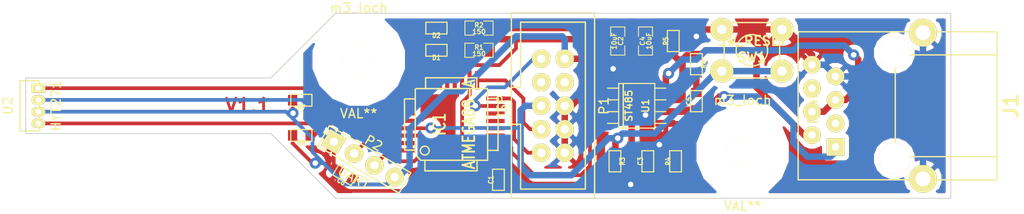
<source format=kicad_pcb>
(kicad_pcb (version 3) (host pcbnew "(2013-may-18)-stable")

  (general
    (links 66)
    (no_connects 0)
    (area 97.242 84.583 207.6684 107.671)
    (thickness 1.6)
    (drawings 9)
    (tracks 297)
    (zones 0)
    (modules 25)
    (nets 19)
  )

  (page A4)
  (layers
    (15 F.Cu signal)
    (0 B.Cu signal)
    (16 B.Adhes user)
    (17 F.Adhes user)
    (18 B.Paste user)
    (19 F.Paste user)
    (20 B.SilkS user)
    (21 F.SilkS user)
    (22 B.Mask user)
    (23 F.Mask user)
    (24 Dwgs.User user)
    (25 Cmts.User user)
    (26 Eco1.User user)
    (27 Eco2.User user)
    (28 Edge.Cuts user)
  )

  (setup
    (last_trace_width 0.7)
    (trace_clearance 0.254)
    (zone_clearance 0.508)
    (zone_45_only no)
    (trace_min 0.254)
    (segment_width 0.2)
    (edge_width 0.1)
    (via_size 1.2)
    (via_drill 0.6)
    (via_min_size 0.889)
    (via_min_drill 0.508)
    (uvia_size 0.508)
    (uvia_drill 0.127)
    (uvias_allowed no)
    (uvia_min_size 0.508)
    (uvia_min_drill 0.127)
    (pcb_text_width 0.3)
    (pcb_text_size 1.5 1.5)
    (mod_edge_width 0.15)
    (mod_text_size 1 1)
    (mod_text_width 0.15)
    (pad_size 1 1.7)
    (pad_drill 0.6)
    (pad_to_mask_clearance 0)
    (aux_axis_origin 0 0)
    (visible_elements 7FFFFFFF)
    (pcbplotparams
      (layerselection 3178497)
      (usegerberextensions false)
      (excludeedgelayer false)
      (linewidth 0.150000)
      (plotframeref false)
      (viasonmask false)
      (mode 1)
      (useauxorigin false)
      (hpglpennumber 1)
      (hpglpenspeed 20)
      (hpglpendiameter 15)
      (hpglpenoverlay 2)
      (psnegative false)
      (psa4output false)
      (plotreference true)
      (plotvalue true)
      (plotothertext true)
      (plotinvisibletext false)
      (padsonsilk false)
      (subtractmaskfromsilk false)
      (outputformat 2)
      (mirror false)
      (drillshape 2)
      (scaleselection 1)
      (outputdirectory ""))
  )

  (net 0 "")
  (net 1 /DI)
  (net 2 /LED1)
  (net 3 /LED2)
  (net 4 /MISO)
  (net 5 /MOSI)
  (net 6 /RESET)
  (net 7 /RX)
  (net 8 /SCK)
  (net 9 /SCL)
  (net 10 /SDA)
  (net 11 /TX)
  (net 12 /za)
  (net 13 /zb)
  (net 14 GND)
  (net 15 N-0000015)
  (net 16 N-0000017)
  (net 17 N-000002)
  (net 18 VCC)

  (net_class Default "This is the default net class."
    (clearance 0.254)
    (trace_width 0.7)
    (via_dia 1.2)
    (via_drill 0.6)
    (uvia_dia 0.508)
    (uvia_drill 0.127)
    (add_net "")
    (add_net /za)
    (add_net /zb)
    (add_net GND)
    (add_net N-0000015)
    (add_net N-0000017)
    (add_net N-000002)
  )

  (net_class uc ""
    (clearance 0.254)
    (trace_width 0.4)
    (via_dia 1.2)
    (via_drill 0.6)
    (uvia_dia 0.508)
    (uvia_drill 0.127)
    (add_net /DI)
    (add_net /LED1)
    (add_net /LED2)
    (add_net /MISO)
    (add_net /MOSI)
    (add_net /RESET)
    (add_net /RX)
    (add_net /SCK)
    (add_net /SCL)
    (add_net /SDA)
    (add_net /TX)
    (add_net VCC)
  )

  (module wannenstecker_2x5_rm254 (layer F.Cu) (tedit 535A5A8F) (tstamp 536005E4)
    (at 225 154 270)
    (path /53302A79)
    (fp_text reference P1 (at 0 -5.5 270) (layer F.SilkS)
      (effects (font (size 1 1) (thickness 0.15)))
    )
    (fp_text value ISP (at 0 5.5 270) (layer F.SilkS)
      (effects (font (size 1 1) (thickness 0.15)))
    )
    (fp_line (start 2 3.5) (end 2 4.5) (layer F.SilkS) (width 0.15))
    (fp_line (start -2 3.5) (end -2 4.5) (layer F.SilkS) (width 0.15))
    (fp_line (start -2 3.5) (end -4.5 3.5) (layer F.SilkS) (width 0.15))
    (fp_line (start 4 -3.5) (end 9 -3.5) (layer F.SilkS) (width 0.15))
    (fp_line (start 9 -3.5) (end 9 3.5) (layer F.SilkS) (width 0.15))
    (fp_line (start 9 3.5) (end 2 3.5) (layer F.SilkS) (width 0.15))
    (fp_line (start -4.5 4.5) (end 10 4.5) (layer F.SilkS) (width 0.15))
    (fp_line (start 10 4.5) (end 10 -4.5) (layer F.SilkS) (width 0.15))
    (fp_line (start 10 -4.5) (end 5 -4.5) (layer F.SilkS) (width 0.15))
    (fp_line (start -4.54 3.5) (end -9.04 3.5) (layer F.SilkS) (width 0.15))
    (fp_line (start -9.04 3.5) (end -9.04 -3.5) (layer F.SilkS) (width 0.15))
    (fp_line (start -9.04 -3.5) (end 3.96 -3.5) (layer F.SilkS) (width 0.15))
    (fp_line (start -4.54 4.5) (end -10.04 4.5) (layer F.SilkS) (width 0.15))
    (fp_line (start -10.04 4.5) (end -10.04 -4.5) (layer F.SilkS) (width 0.15))
    (fp_line (start -10.04 -4.5) (end 4.96 -4.5) (layer F.SilkS) (width 0.15))
    (pad 1 thru_hole circle (at -5.08 1.27 270) (size 2 2) (drill 0.9)
      (layers *.Cu *.Mask F.SilkS)
      (net 5 /MOSI)
    )
    (pad 2 thru_hole circle (at -5.08 -1.27 270) (size 2 2) (drill 0.9)
      (layers *.Cu *.Mask F.SilkS)
      (net 18 VCC)
    )
    (pad 3 thru_hole circle (at -2.54 1.27 270) (size 2 2) (drill 0.9)
      (layers *.Cu *.Mask F.SilkS)
    )
    (pad 4 thru_hole circle (at -2.54 -1.27 270) (size 2 2) (drill 0.9)
      (layers *.Cu *.Mask F.SilkS)
    )
    (pad 5 thru_hole circle (at 0 1.27 270) (size 2 2) (drill 0.9)
      (layers *.Cu *.Mask F.SilkS)
      (net 6 /RESET)
    )
    (pad 6 thru_hole circle (at 0 -1.27 270) (size 2 2) (drill 0.9)
      (layers *.Cu *.Mask F.SilkS)
      (net 14 GND)
    )
    (pad 7 thru_hole circle (at 2.54 1.27 270) (size 2 2) (drill 0.9)
      (layers *.Cu *.Mask F.SilkS)
      (net 8 /SCK)
    )
    (pad 8 thru_hole circle (at 2.54 -1.27 270) (size 2 2) (drill 0.9)
      (layers *.Cu *.Mask F.SilkS)
      (net 14 GND)
    )
    (pad 9 thru_hole circle (at 5.08 1.27 270) (size 2 2) (drill 0.9)
      (layers *.Cu *.Mask F.SilkS)
      (net 4 /MISO)
    )
    (pad 10 thru_hole circle (at 5.08 -1.27 270) (size 2 2) (drill 0.9)
      (layers *.Cu *.Mask F.SilkS)
      (net 14 GND)
    )
  )

  (module RJ45_8P8_simple (layer F.Cu) (tedit 53594E91) (tstamp 536255DC)
    (at 253 154 270)
    (tags RJ45)
    (path /532DDDA3)
    (fp_text reference J1 (at 0 -21.5 270) (layer F.SilkS)
      (effects (font (size 1.524 1.524) (thickness 0.3048)))
    )
    (fp_text value RJ45 (at 0.14224 -0.1016 270) (layer F.SilkS)
      (effects (font (size 1.00076 1.00076) (thickness 0.2032)))
    )
    (fp_line (start 5.5 -20) (end 5.5 -9) (layer F.SilkS) (width 0.15))
    (fp_line (start -5.5 -9) (end 5.5 -9) (layer F.SilkS) (width 0.15))
    (fp_line (start -5.5 -20) (end -5.5 -9) (layer F.SilkS) (width 0.15))
    (fp_line (start -8 -20) (end 8 -20) (layer F.SilkS) (width 0.15))
    (fp_line (start 8 -20) (end 8 1.5) (layer F.SilkS) (width 0.15))
    (fp_line (start 8 1.5) (end -8 1.5) (layer F.SilkS) (width 0.15))
    (fp_line (start -8 1.5) (end -8 -20) (layer F.SilkS) (width 0.15))
    (pad "" np_thru_hole circle (at -5.715 -8.9 90) (size 3.4 3.4) (drill 3.4)
      (layers *.Cu *.SilkS *.Mask)
    )
    (pad "" np_thru_hole circle (at 5.715 -8.9 90) (size 3.4 3.4) (drill 3.4)
      (layers *.Cu *.SilkS *.Mask)
    )
    (pad 1 thru_hole rect (at 4.445 -2.54 90) (size 1.9 1.9) (drill 0.8)
      (layers *.Cu *.Mask F.SilkS)
      (net 12 /za)
    )
    (pad 2 thru_hole circle (at 3.175 0 90) (size 1.9 1.9) (drill 0.8)
      (layers *.Cu *.Mask F.SilkS)
      (net 13 /zb)
    )
    (pad 3 thru_hole circle (at 1.905 -2.54 90) (size 1.9 1.9) (drill 0.8)
      (layers *.Cu *.Mask F.SilkS)
    )
    (pad 4 thru_hole circle (at 0.63 0 90) (size 1.9 1.9) (drill 0.8)
      (layers *.Cu *.Mask F.SilkS)
      (net 18 VCC)
    )
    (pad 5 thru_hole circle (at -0.635 -2.54 90) (size 1.9 1.9) (drill 0.8)
      (layers *.Cu *.Mask F.SilkS)
      (net 18 VCC)
    )
    (pad 6 thru_hole circle (at -1.905 0 90) (size 1.9 1.9) (drill 0.8)
      (layers *.Cu *.Mask F.SilkS)
    )
    (pad 7 thru_hole circle (at -3.175 -2.54 90) (size 1.9 1.9) (drill 0.8)
      (layers *.Cu *.Mask F.SilkS)
      (net 14 GND)
    )
    (pad 8 thru_hole circle (at -4.445 0 90) (size 1.9 1.9) (drill 0.8)
      (layers *.Cu *.Mask F.SilkS)
      (net 14 GND)
    )
    (pad 9 thru_hole circle (at 7.9 -12 90) (size 3 3) (drill 1.6)
      (layers *.Cu *.Mask F.SilkS)
      (net 14 GND)
    )
    (pad 9 thru_hole circle (at -7.9 -12 90) (size 3 3) (drill 1.6)
      (layers *.Cu *.Mask F.SilkS)
      (net 14 GND)
    )
    (model connectors/RJ45_8.wrl
      (at (xyz 0 0 0))
      (scale (xyz 0.4 0.4 0.4))
      (rotate (xyz 0 0 0))
    )
  )

  (module TQFP32 (layer F.Cu) (tedit 43A670DA) (tstamp 53623068)
    (at 214 156 90)
    (path /533024BD)
    (fp_text reference IC1 (at 0 -1.27 90) (layer F.SilkS)
      (effects (font (size 1.27 1.016) (thickness 0.2032)))
    )
    (fp_text value ATMEGA88-A (at 0 1.905 90) (layer F.SilkS)
      (effects (font (size 1.27 1.016) (thickness 0.2032)))
    )
    (fp_line (start 5.0292 2.7686) (end 3.8862 2.7686) (layer F.SilkS) (width 0.1524))
    (fp_line (start 5.0292 -2.7686) (end 3.9116 -2.7686) (layer F.SilkS) (width 0.1524))
    (fp_line (start 5.0292 2.7686) (end 5.0292 -2.7686) (layer F.SilkS) (width 0.1524))
    (fp_line (start 2.794 3.9624) (end 2.794 5.0546) (layer F.SilkS) (width 0.1524))
    (fp_line (start -2.8194 3.9878) (end -2.8194 5.0546) (layer F.SilkS) (width 0.1524))
    (fp_line (start -2.8448 5.0546) (end 2.794 5.08) (layer F.SilkS) (width 0.1524))
    (fp_line (start -2.794 -5.0292) (end 2.7178 -5.0546) (layer F.SilkS) (width 0.1524))
    (fp_line (start -3.8862 -3.2766) (end -3.8862 3.9116) (layer F.SilkS) (width 0.1524))
    (fp_line (start 2.7432 -5.0292) (end 2.7432 -3.9878) (layer F.SilkS) (width 0.1524))
    (fp_line (start -3.2512 -3.8862) (end 3.81 -3.8862) (layer F.SilkS) (width 0.1524))
    (fp_line (start 3.8608 3.937) (end 3.8608 -3.7846) (layer F.SilkS) (width 0.1524))
    (fp_line (start -3.8862 3.937) (end 3.7338 3.937) (layer F.SilkS) (width 0.1524))
    (fp_line (start -5.0292 -2.8448) (end -5.0292 2.794) (layer F.SilkS) (width 0.1524))
    (fp_line (start -5.0292 2.794) (end -3.8862 2.794) (layer F.SilkS) (width 0.1524))
    (fp_line (start -3.87604 -3.302) (end -3.29184 -3.8862) (layer F.SilkS) (width 0.1524))
    (fp_line (start -5.02412 -2.8448) (end -3.87604 -2.8448) (layer F.SilkS) (width 0.1524))
    (fp_line (start -2.794 -3.8862) (end -2.794 -5.03428) (layer F.SilkS) (width 0.1524))
    (fp_circle (center -2.83972 -2.86004) (end -2.43332 -2.60604) (layer F.SilkS) (width 0.1524))
    (pad 8 smd rect (at -4.81584 2.77622 90) (size 1.99898 0.44958)
      (layers F.Cu F.Paste F.Mask)
    )
    (pad 7 smd rect (at -4.81584 1.97612 90) (size 1.99898 0.44958)
      (layers F.Cu F.Paste F.Mask)
    )
    (pad 6 smd rect (at -4.81584 1.17602 90) (size 1.99898 0.44958)
      (layers F.Cu F.Paste F.Mask)
      (net 18 VCC)
    )
    (pad 5 smd rect (at -4.81584 0.37592 90) (size 1.99898 0.44958)
      (layers F.Cu F.Paste F.Mask)
      (net 14 GND)
    )
    (pad 4 smd rect (at -4.81584 -0.42418 90) (size 1.99898 0.44958)
      (layers F.Cu F.Paste F.Mask)
      (net 18 VCC)
    )
    (pad 3 smd rect (at -4.81584 -1.22428 90) (size 1.99898 0.44958)
      (layers F.Cu F.Paste F.Mask)
      (net 14 GND)
    )
    (pad 2 smd rect (at -4.81584 -2.02438 90) (size 1.99898 0.44958)
      (layers F.Cu F.Paste F.Mask)
    )
    (pad 1 smd rect (at -4.81584 -2.82448 90) (size 1.99898 0.44958)
      (layers F.Cu F.Paste F.Mask)
    )
    (pad 24 smd rect (at 4.7498 -2.8194 90) (size 1.99898 0.44958)
      (layers F.Cu F.Paste F.Mask)
      (net 3 /LED2)
    )
    (pad 17 smd rect (at 4.7498 2.794 90) (size 1.99898 0.44958)
      (layers F.Cu F.Paste F.Mask)
      (net 8 /SCK)
    )
    (pad 18 smd rect (at 4.7498 1.9812 90) (size 1.99898 0.44958)
      (layers F.Cu F.Paste F.Mask)
      (net 18 VCC)
    )
    (pad 19 smd rect (at 4.7498 1.1684 90) (size 1.99898 0.44958)
      (layers F.Cu F.Paste F.Mask)
    )
    (pad 20 smd rect (at 4.7498 0.381 90) (size 1.99898 0.44958)
      (layers F.Cu F.Paste F.Mask)
    )
    (pad 21 smd rect (at 4.7498 -0.4318 90) (size 1.99898 0.44958)
      (layers F.Cu F.Paste F.Mask)
      (net 14 GND)
    )
    (pad 22 smd rect (at 4.7498 -1.2192 90) (size 1.99898 0.44958)
      (layers F.Cu F.Paste F.Mask)
    )
    (pad 23 smd rect (at 4.7498 -2.032 90) (size 1.99898 0.44958)
      (layers F.Cu F.Paste F.Mask)
      (net 2 /LED1)
    )
    (pad 32 smd rect (at -2.82448 -4.826 90) (size 0.44958 1.99898)
      (layers F.Cu F.Paste F.Mask)
    )
    (pad 31 smd rect (at -2.02692 -4.826 90) (size 0.44958 1.99898)
      (layers F.Cu F.Paste F.Mask)
      (net 11 /TX)
    )
    (pad 30 smd rect (at -1.22428 -4.826 90) (size 0.44958 1.99898)
      (layers F.Cu F.Paste F.Mask)
      (net 7 /RX)
    )
    (pad 29 smd rect (at -0.42672 -4.826 90) (size 0.44958 1.99898)
      (layers F.Cu F.Paste F.Mask)
      (net 6 /RESET)
    )
    (pad 28 smd rect (at 0.37592 -4.826 90) (size 0.44958 1.99898)
      (layers F.Cu F.Paste F.Mask)
      (net 9 /SCL)
    )
    (pad 27 smd rect (at 1.17348 -4.826 90) (size 0.44958 1.99898)
      (layers F.Cu F.Paste F.Mask)
      (net 10 /SDA)
    )
    (pad 26 smd rect (at 1.97612 -4.826 90) (size 0.44958 1.99898)
      (layers F.Cu F.Paste F.Mask)
    )
    (pad 25 smd rect (at 2.77368 -4.826 90) (size 0.44958 1.99898)
      (layers F.Cu F.Paste F.Mask)
    )
    (pad 9 smd rect (at -2.8194 4.7752 90) (size 0.44958 1.99898)
      (layers F.Cu F.Paste F.Mask)
    )
    (pad 10 smd rect (at -2.032 4.7752 90) (size 0.44958 1.99898)
      (layers F.Cu F.Paste F.Mask)
      (net 1 /DI)
    )
    (pad 11 smd rect (at -1.2192 4.7752 90) (size 0.44958 1.99898)
      (layers F.Cu F.Paste F.Mask)
    )
    (pad 12 smd rect (at -0.4318 4.7752 90) (size 0.44958 1.99898)
      (layers F.Cu F.Paste F.Mask)
    )
    (pad 13 smd rect (at 0.3556 4.7752 90) (size 0.44958 1.99898)
      (layers F.Cu F.Paste F.Mask)
    )
    (pad 14 smd rect (at 1.1684 4.7752 90) (size 0.44958 1.99898)
      (layers F.Cu F.Paste F.Mask)
    )
    (pad 15 smd rect (at 1.9812 4.7752 90) (size 0.44958 1.99898)
      (layers F.Cu F.Paste F.Mask)
      (net 5 /MOSI)
    )
    (pad 16 smd rect (at 2.794 4.7752 90) (size 0.44958 1.99898)
      (layers F.Cu F.Paste F.Mask)
      (net 4 /MISO)
    )
    (model smd/tqfp32.wrl
      (at (xyz 0 0 0))
      (scale (xyz 1 1 1))
      (rotate (xyz 0 0 0))
    )
  )

  (module Taster_6mm (layer F.Cu) (tedit 535950B1) (tstamp 53623A53)
    (at 246.5 148 180)
    (path /535FFA17)
    (fp_text reference SW1 (at 0 -0.762 180) (layer F.SilkS)
      (effects (font (size 1.016 1.016) (thickness 0.2032)))
    )
    (fp_text value SW_RESET (at 0 1.016 180) (layer F.SilkS)
      (effects (font (size 1.016 1.016) (thickness 0.2032)))
    )
    (fp_circle (center 0 0) (end 1.7 0) (layer F.SilkS) (width 0.15))
    (fp_line (start -3 -3) (end 3 -3) (layer F.SilkS) (width 0.15))
    (fp_line (start 3 -3) (end 3 3) (layer F.SilkS) (width 0.15))
    (fp_line (start 3 3) (end -3 3) (layer F.SilkS) (width 0.15))
    (fp_line (start -3 3) (end -3 -3) (layer F.SilkS) (width 0.15))
    (pad 1 thru_hole circle (at 3.2512 -2.25044 180) (size 2.49936 2.49936) (drill 1)
      (layers *.Cu *.Mask F.SilkS)
      (net 6 /RESET)
    )
    (pad 2 thru_hole circle (at 3.2512 2.25044 180) (size 2.49936 2.49936) (drill 1)
      (layers *.Cu *.Mask F.SilkS)
      (net 14 GND)
    )
    (pad 1 thru_hole circle (at -3.2512 -2.25044 180) (size 2.49936 2.49936) (drill 1)
      (layers *.Cu *.Mask F.SilkS)
      (net 6 /RESET)
    )
    (pad 2 thru_hole circle (at -3.2512 2.25044 180) (size 2.49936 2.49936) (drill 1)
      (layers *.Cu *.Mask F.SilkS)
      (net 14 GND)
    )
  )

  (module Stiftleiste_4x1 (layer F.Cu) (tedit 535A5C67) (tstamp 5368D12A)
    (at 204.6 159.8 330)
    (path /535FFDDB)
    (fp_text reference P2 (at 0 -2.032 330) (layer F.SilkS)
      (effects (font (size 1 1) (thickness 0.15)))
    )
    (fp_text value UART (at 0 2.286 330) (layer F.SilkS)
      (effects (font (size 1 1) (thickness 0.15)))
    )
    (fp_line (start 0 -1.27) (end 5.08 -1.27) (layer F.SilkS) (width 0.15))
    (fp_line (start 5.08 -1.27) (end 5.08 1.27) (layer F.SilkS) (width 0.15))
    (fp_line (start 5.08 1.27) (end 0 1.27) (layer F.SilkS) (width 0.15))
    (fp_line (start -5.08 -1.27) (end 0 -1.27) (layer F.SilkS) (width 0.15))
    (fp_line (start 0 1.27) (end -5.08 1.27) (layer F.SilkS) (width 0.15))
    (fp_line (start -5.08 1.27) (end -5.08 -1.27) (layer F.SilkS) (width 0.15))
    (pad 1 thru_hole rect (at -3.81 0 330) (size 2 2) (drill 0.9)
      (layers *.Cu *.Mask F.SilkS)
      (net 14 GND)
    )
    (pad 2 thru_hole circle (at -1.27 0 330) (size 2 2) (drill 0.9)
      (layers *.Cu *.Mask F.SilkS)
      (net 11 /TX)
    )
    (pad 3 thru_hole circle (at 1.27 0 330) (size 2 2) (drill 0.9)
      (layers *.Cu *.Mask F.SilkS)
      (net 7 /RX)
    )
    (pad 4 thru_hole circle (at 3.81 0 330) (size 2 2) (drill 0.9)
      (layers *.Cu *.Mask F.SilkS)
      (net 18 VCC)
    )
  )

  (module st485 (layer F.Cu) (tedit 5362277A) (tstamp 5360064E)
    (at 236 154 270)
    (descr st485)
    (path /53600A20)
    (attr smd)
    (fp_text reference U1 (at 0 1 270) (layer F.SilkS)
      (effects (font (size 0.7493 0.7493) (thickness 0.14986)))
    )
    (fp_text value ST485 (at 0 2.8 270) (layer F.SilkS)
      (effects (font (size 0.7493 0.7493) (thickness 0.14986)))
    )
    (fp_line (start -2.4 3.4) (end 2.4 3.4) (layer F.SilkS) (width 0.15))
    (fp_line (start -2.413 0) (end -2.413 3.9) (layer F.SilkS) (width 0.127))
    (fp_line (start -2.413 3.9) (end 2.413 3.9) (layer F.SilkS) (width 0.127))
    (fp_line (start 2.413 3.9) (end 2.413 0) (layer F.SilkS) (width 0.127))
    (fp_line (start 2.413 0) (end -2.413 0) (layer F.SilkS) (width 0.127))
    (fp_line (start -1.908 0) (end -1.908 -1.2) (layer F.SilkS) (width 0.127))
    (fp_line (start -0.638 0) (end -0.638 -1.2) (layer F.SilkS) (width 0.127))
    (fp_line (start 0.632 0) (end 0.632 -1.2) (layer F.SilkS) (width 0.127))
    (fp_line (start 1.902 -1.2) (end 1.902 0) (layer F.SilkS) (width 0.127))
    (fp_line (start 1.902 3.9) (end 1.902 5.1) (layer F.SilkS) (width 0.127))
    (fp_line (start 0.632 5.1) (end 0.632 3.9) (layer F.SilkS) (width 0.127))
    (fp_line (start -0.638 5.1) (end -0.638 3.9) (layer F.SilkS) (width 0.127))
    (fp_line (start -1.908 5.1) (end -1.908 3.9) (layer F.SilkS) (width 0.127))
    (pad 1 smd rect (at -1.908 5.1 270) (size 0.75 2)
      (layers F.Cu F.Paste F.Mask)
    )
    (pad 2 smd rect (at -0.638 5.1 270) (size 0.75 2)
      (layers F.Cu F.Paste F.Mask)
      (net 18 VCC)
    )
    (pad 3 smd rect (at 0.632 5.1 270) (size 0.75 2)
      (layers F.Cu F.Paste F.Mask)
      (net 18 VCC)
    )
    (pad 4 smd rect (at 1.902 5.1 270) (size 0.75 2)
      (layers F.Cu F.Paste F.Mask)
      (net 1 /DI)
    )
    (pad 5 smd rect (at 1.902 -1.2 270) (size 0.75 2)
      (layers F.Cu F.Paste F.Mask)
      (net 14 GND)
    )
    (pad 6 smd rect (at 0.632 -1.2 270) (size 0.75 2)
      (layers F.Cu F.Paste F.Mask)
      (net 12 /za)
    )
    (pad 7 smd rect (at -0.638 -1.2 270) (size 0.75 2)
      (layers F.Cu F.Paste F.Mask)
      (net 13 /zb)
    )
    (pad 8 smd rect (at -1.908 -1.2 270) (size 0.75 2)
      (layers F.Cu F.Paste F.Mask)
      (net 18 VCC)
    )
    (model smd/smd_dil/so-8.wrl
      (at (xyz 0 0 0))
      (scale (xyz 1 1 1))
      (rotate (xyz 0 0 0))
    )
  )

  (module SM0805_big (layer F.Cu) (tedit 53595984) (tstamp 5360065A)
    (at 235 147 90)
    (tags SM0805)
    (path /532DDC2C)
    (attr smd)
    (fp_text reference C4 (at 0 -0.3175 90) (layer F.SilkS)
      (effects (font (size 0.50038 0.50038) (thickness 0.10922)))
    )
    (fp_text value 10uF (at 0 0.381 90) (layer F.SilkS)
      (effects (font (size 0.50038 0.50038) (thickness 0.10922)))
    )
    (fp_line (start -0.508 0.762) (end -1.524 0.762) (layer F.SilkS) (width 0.09906))
    (fp_line (start -1.524 0.762) (end -1.524 -0.762) (layer F.SilkS) (width 0.09906))
    (fp_line (start -1.524 -0.762) (end -0.508 -0.762) (layer F.SilkS) (width 0.09906))
    (fp_line (start 0.508 -0.762) (end 1.524 -0.762) (layer F.SilkS) (width 0.09906))
    (fp_line (start 1.524 -0.762) (end 1.524 0.762) (layer F.SilkS) (width 0.09906))
    (fp_line (start 1.524 0.762) (end 0.508 0.762) (layer F.SilkS) (width 0.09906))
    (pad 1 smd rect (at -1.108 0 90) (size 1.2 1.397)
      (layers F.Cu F.Paste F.Mask)
      (net 18 VCC)
    )
    (pad 2 smd rect (at 1.108 0 90) (size 1.2 1.397)
      (layers F.Cu F.Paste F.Mask)
      (net 14 GND)
    )
    (model smd/chip_cms.wrl
      (at (xyz 0 0 0))
      (scale (xyz 0.1 0.1 0.1))
      (rotate (xyz 0 0 0))
    )
  )

  (module SM0805_big (layer F.Cu) (tedit 5362322D) (tstamp 53625AE6)
    (at 232 147 270)
    (tags SM0805)
    (path /535FF5D2)
    (attr smd)
    (fp_text reference C2 (at 0 -0.3175 270) (layer F.SilkS)
      (effects (font (size 0.50038 0.50038) (thickness 0.10922)))
    )
    (fp_text value 10uF (at 0 0.381 270) (layer F.SilkS)
      (effects (font (size 0.50038 0.50038) (thickness 0.10922)))
    )
    (fp_line (start -0.508 0.762) (end -1.524 0.762) (layer F.SilkS) (width 0.09906))
    (fp_line (start -1.524 0.762) (end -1.524 -0.762) (layer F.SilkS) (width 0.09906))
    (fp_line (start -1.524 -0.762) (end -0.508 -0.762) (layer F.SilkS) (width 0.09906))
    (fp_line (start 0.508 -0.762) (end 1.524 -0.762) (layer F.SilkS) (width 0.09906))
    (fp_line (start 1.524 -0.762) (end 1.524 0.762) (layer F.SilkS) (width 0.09906))
    (fp_line (start 1.524 0.762) (end 0.508 0.762) (layer F.SilkS) (width 0.09906))
    (pad 1 smd rect (at -1.108 0 270) (size 1.2 1.397)
      (layers F.Cu F.Paste F.Mask)
      (net 14 GND)
    )
    (pad 2 smd rect (at 1.108 0 270) (size 1.2 1.397)
      (layers F.Cu F.Paste F.Mask)
      (net 18 VCC)
    )
    (model smd/chip_cms.wrl
      (at (xyz 0 0 0))
      (scale (xyz 0.1 0.1 0.1))
      (rotate (xyz 0 0 0))
    )
  )

  (module SM0805_big (layer F.Cu) (tedit 53595984) (tstamp 5360067E)
    (at 217 145.6)
    (tags SM0805)
    (path /5330345E)
    (attr smd)
    (fp_text reference R2 (at 0 -0.3175) (layer F.SilkS)
      (effects (font (size 0.50038 0.50038) (thickness 0.10922)))
    )
    (fp_text value 150 (at 0 0.381) (layer F.SilkS)
      (effects (font (size 0.50038 0.50038) (thickness 0.10922)))
    )
    (fp_line (start -0.508 0.762) (end -1.524 0.762) (layer F.SilkS) (width 0.09906))
    (fp_line (start -1.524 0.762) (end -1.524 -0.762) (layer F.SilkS) (width 0.09906))
    (fp_line (start -1.524 -0.762) (end -0.508 -0.762) (layer F.SilkS) (width 0.09906))
    (fp_line (start 0.508 -0.762) (end 1.524 -0.762) (layer F.SilkS) (width 0.09906))
    (fp_line (start 1.524 -0.762) (end 1.524 0.762) (layer F.SilkS) (width 0.09906))
    (fp_line (start 1.524 0.762) (end 0.508 0.762) (layer F.SilkS) (width 0.09906))
    (pad 1 smd rect (at -1.108 0) (size 1.2 1.397)
      (layers F.Cu F.Paste F.Mask)
      (net 16 N-0000017)
    )
    (pad 2 smd rect (at 1.108 0) (size 1.2 1.397)
      (layers F.Cu F.Paste F.Mask)
      (net 18 VCC)
    )
    (model smd/chip_cms.wrl
      (at (xyz 0 0 0))
      (scale (xyz 0.1 0.1 0.1))
      (rotate (xyz 0 0 0))
    )
  )

  (module SM0805_big (layer F.Cu) (tedit 53623639) (tstamp 5360068A)
    (at 217 148)
    (tags SM0805)
    (path /53303458)
    (attr smd)
    (fp_text reference R1 (at 0 -0.3175) (layer F.SilkS)
      (effects (font (size 0.50038 0.50038) (thickness 0.10922)))
    )
    (fp_text value 150 (at 0 0.381) (layer F.SilkS)
      (effects (font (size 0.50038 0.50038) (thickness 0.10922)))
    )
    (fp_line (start -0.508 0.762) (end -1.524 0.762) (layer F.SilkS) (width 0.09906))
    (fp_line (start -1.524 0.762) (end -1.524 -0.762) (layer F.SilkS) (width 0.09906))
    (fp_line (start -1.524 -0.762) (end -0.508 -0.762) (layer F.SilkS) (width 0.09906))
    (fp_line (start 0.508 -0.762) (end 1.524 -0.762) (layer F.SilkS) (width 0.09906))
    (fp_line (start 1.524 -0.762) (end 1.524 0.762) (layer F.SilkS) (width 0.09906))
    (fp_line (start 1.524 0.762) (end 0.508 0.762) (layer F.SilkS) (width 0.09906))
    (pad 1 smd rect (at -1.108 0) (size 1.2 1.397)
      (layers F.Cu F.Paste F.Mask)
      (net 17 N-000002)
    )
    (pad 2 smd rect (at 1.108 0) (size 1.2 1.397)
      (layers F.Cu F.Paste F.Mask)
      (net 18 VCC)
    )
    (model smd/chip_cms.wrl
      (at (xyz 0 0 0))
      (scale (xyz 0.1 0.1 0.1))
      (rotate (xyz 0 0 0))
    )
  )

  (module SM0603_big (layer F.Cu) (tedit 535956B8) (tstamp 53600694)
    (at 240.5 153.5 90)
    (tags "SM0603 R")
    (path /534938E9)
    (attr smd)
    (fp_text reference C5 (at 0 -0.8 90) (layer F.SilkS)
      (effects (font (size 0.508 0.4572) (thickness 0.1143)))
    )
    (fp_text value 100nF (at 0 0 90) (layer F.SilkS) hide
      (effects (font (size 0.508 0.4572) (thickness 0.1143)))
    )
    (fp_line (start -1.143 -0.635) (end 1.143 -0.635) (layer F.SilkS) (width 0.127))
    (fp_line (start 1.143 -0.635) (end 1.143 0.635) (layer F.SilkS) (width 0.127))
    (fp_line (start 1.143 0.635) (end -1.143 0.635) (layer F.SilkS) (width 0.127))
    (fp_line (start -1.143 0.635) (end -1.143 -0.635) (layer F.SilkS) (width 0.127))
    (pad 1 smd rect (at -0.945 0 90) (size 1 1.143)
      (layers F.Cu F.Paste F.Mask)
      (net 12 /za)
    )
    (pad 2 smd rect (at 0.945 0 90) (size 1 1.143)
      (layers F.Cu F.Paste F.Mask)
      (net 15 N-0000015)
    )
    (model smd\resistors\R0603.wrl
      (at (xyz 0 0 0.001))
      (scale (xyz 0.5 0.5 0.5))
      (rotate (xyz 0 0 0))
    )
  )

  (module SM0603_big (layer F.Cu) (tedit 535956B8) (tstamp 5360069E)
    (at 238.25 160 90)
    (tags "SM0603 R")
    (path /535D7B1E)
    (attr smd)
    (fp_text reference R4 (at 0 -0.8 90) (layer F.SilkS)
      (effects (font (size 0.508 0.4572) (thickness 0.1143)))
    )
    (fp_text value 22k (at 0 0 90) (layer F.SilkS) hide
      (effects (font (size 0.508 0.4572) (thickness 0.1143)))
    )
    (fp_line (start -1.143 -0.635) (end 1.143 -0.635) (layer F.SilkS) (width 0.127))
    (fp_line (start 1.143 -0.635) (end 1.143 0.635) (layer F.SilkS) (width 0.127))
    (fp_line (start 1.143 0.635) (end -1.143 0.635) (layer F.SilkS) (width 0.127))
    (fp_line (start -1.143 0.635) (end -1.143 -0.635) (layer F.SilkS) (width 0.127))
    (pad 1 smd rect (at -0.945 0 90) (size 1 1.143)
      (layers F.Cu F.Paste F.Mask)
      (net 18 VCC)
    )
    (pad 2 smd rect (at 0.945 0 90) (size 1 1.143)
      (layers F.Cu F.Paste F.Mask)
      (net 12 /za)
    )
    (model smd\resistors\R0603.wrl
      (at (xyz 0 0 0.001))
      (scale (xyz 0.5 0.5 0.5))
      (rotate (xyz 0 0 0))
    )
  )

  (module SM0603_big (layer F.Cu) (tedit 535956B8) (tstamp 536006A8)
    (at 238 147 90)
    (tags "SM0603 R")
    (path /535D7B2D)
    (attr smd)
    (fp_text reference R5 (at 0 -0.8 90) (layer F.SilkS)
      (effects (font (size 0.508 0.4572) (thickness 0.1143)))
    )
    (fp_text value 22k (at 0 0 90) (layer F.SilkS) hide
      (effects (font (size 0.508 0.4572) (thickness 0.1143)))
    )
    (fp_line (start -1.143 -0.635) (end 1.143 -0.635) (layer F.SilkS) (width 0.127))
    (fp_line (start 1.143 -0.635) (end 1.143 0.635) (layer F.SilkS) (width 0.127))
    (fp_line (start 1.143 0.635) (end -1.143 0.635) (layer F.SilkS) (width 0.127))
    (fp_line (start -1.143 0.635) (end -1.143 -0.635) (layer F.SilkS) (width 0.127))
    (pad 1 smd rect (at -0.945 0 90) (size 1 1.143)
      (layers F.Cu F.Paste F.Mask)
      (net 13 /zb)
    )
    (pad 2 smd rect (at 0.945 0 90) (size 1 1.143)
      (layers F.Cu F.Paste F.Mask)
      (net 14 GND)
    )
    (model smd\resistors\R0603.wrl
      (at (xyz 0 0 0.001))
      (scale (xyz 0.5 0.5 0.5))
      (rotate (xyz 0 0 0))
    )
  )

  (module SM0603_big (layer F.Cu) (tedit 535956B8) (tstamp 536006B2)
    (at 235.25 160 90)
    (tags "SM0603 R")
    (path /535FF4F4)
    (attr smd)
    (fp_text reference C3 (at 0 -0.8 90) (layer F.SilkS)
      (effects (font (size 0.508 0.4572) (thickness 0.1143)))
    )
    (fp_text value 100nF (at 0 0 90) (layer F.SilkS) hide
      (effects (font (size 0.508 0.4572) (thickness 0.1143)))
    )
    (fp_line (start -1.143 -0.635) (end 1.143 -0.635) (layer F.SilkS) (width 0.127))
    (fp_line (start 1.143 -0.635) (end 1.143 0.635) (layer F.SilkS) (width 0.127))
    (fp_line (start 1.143 0.635) (end -1.143 0.635) (layer F.SilkS) (width 0.127))
    (fp_line (start -1.143 0.635) (end -1.143 -0.635) (layer F.SilkS) (width 0.127))
    (pad 1 smd rect (at -0.945 0 90) (size 1 1.143)
      (layers F.Cu F.Paste F.Mask)
      (net 18 VCC)
    )
    (pad 2 smd rect (at 0.945 0 90) (size 1 1.143)
      (layers F.Cu F.Paste F.Mask)
      (net 14 GND)
    )
    (model smd\resistors\R0603.wrl
      (at (xyz 0 0 0.001))
      (scale (xyz 0.5 0.5 0.5))
      (rotate (xyz 0 0 0))
    )
  )

  (module SM0603_big (layer F.Cu) (tedit 535956B8) (tstamp 536006BC)
    (at 212.4 145.6 180)
    (tags "SM0603 R")
    (path /53302E6F)
    (attr smd)
    (fp_text reference D2 (at 0 -0.8 180) (layer F.SilkS)
      (effects (font (size 0.508 0.4572) (thickness 0.1143)))
    )
    (fp_text value LED (at 0 0 180) (layer F.SilkS) hide
      (effects (font (size 0.508 0.4572) (thickness 0.1143)))
    )
    (fp_line (start -1.143 -0.635) (end 1.143 -0.635) (layer F.SilkS) (width 0.127))
    (fp_line (start 1.143 -0.635) (end 1.143 0.635) (layer F.SilkS) (width 0.127))
    (fp_line (start 1.143 0.635) (end -1.143 0.635) (layer F.SilkS) (width 0.127))
    (fp_line (start -1.143 0.635) (end -1.143 -0.635) (layer F.SilkS) (width 0.127))
    (pad 1 smd rect (at -0.945 0 180) (size 1 1.143)
      (layers F.Cu F.Paste F.Mask)
      (net 16 N-0000017)
    )
    (pad 2 smd rect (at 0.945 0 180) (size 1 1.143)
      (layers F.Cu F.Paste F.Mask)
      (net 3 /LED2)
    )
    (model smd\resistors\R0603.wrl
      (at (xyz 0 0 0.001))
      (scale (xyz 0.5 0.5 0.5))
      (rotate (xyz 0 0 0))
    )
  )

  (module SM0603_big (layer F.Cu) (tedit 535956B8) (tstamp 536006C6)
    (at 219.1 162 90)
    (tags "SM0603 R")
    (path /535FF5D8)
    (attr smd)
    (fp_text reference C1 (at 0 -0.8 90) (layer F.SilkS)
      (effects (font (size 0.508 0.4572) (thickness 0.1143)))
    )
    (fp_text value 100nF (at 0 0 90) (layer F.SilkS) hide
      (effects (font (size 0.508 0.4572) (thickness 0.1143)))
    )
    (fp_line (start -1.143 -0.635) (end 1.143 -0.635) (layer F.SilkS) (width 0.127))
    (fp_line (start 1.143 -0.635) (end 1.143 0.635) (layer F.SilkS) (width 0.127))
    (fp_line (start 1.143 0.635) (end -1.143 0.635) (layer F.SilkS) (width 0.127))
    (fp_line (start -1.143 0.635) (end -1.143 -0.635) (layer F.SilkS) (width 0.127))
    (pad 1 smd rect (at -0.945 0 90) (size 1 1.143)
      (layers F.Cu F.Paste F.Mask)
      (net 14 GND)
    )
    (pad 2 smd rect (at 0.945 0 90) (size 1 1.143)
      (layers F.Cu F.Paste F.Mask)
      (net 18 VCC)
    )
    (model smd\resistors\R0603.wrl
      (at (xyz 0 0 0.001))
      (scale (xyz 0.5 0.5 0.5))
      (rotate (xyz 0 0 0))
    )
  )

  (module SM0603_big (layer F.Cu) (tedit 535956B8) (tstamp 536006D0)
    (at 212.4 148 180)
    (tags "SM0603 R")
    (path /53302A6A)
    (attr smd)
    (fp_text reference D1 (at 0 -0.8 180) (layer F.SilkS)
      (effects (font (size 0.508 0.4572) (thickness 0.1143)))
    )
    (fp_text value LED (at 0 0 180) (layer F.SilkS) hide
      (effects (font (size 0.508 0.4572) (thickness 0.1143)))
    )
    (fp_line (start -1.143 -0.635) (end 1.143 -0.635) (layer F.SilkS) (width 0.127))
    (fp_line (start 1.143 -0.635) (end 1.143 0.635) (layer F.SilkS) (width 0.127))
    (fp_line (start 1.143 0.635) (end -1.143 0.635) (layer F.SilkS) (width 0.127))
    (fp_line (start -1.143 0.635) (end -1.143 -0.635) (layer F.SilkS) (width 0.127))
    (pad 1 smd rect (at -0.945 0 180) (size 1 1.143)
      (layers F.Cu F.Paste F.Mask)
      (net 17 N-000002)
    )
    (pad 2 smd rect (at 0.945 0 180) (size 1 1.143)
      (layers F.Cu F.Paste F.Mask)
      (net 2 /LED1)
    )
    (model smd\resistors\R0603.wrl
      (at (xyz 0 0 0.001))
      (scale (xyz 0.5 0.5 0.5))
      (rotate (xyz 0 0 0))
    )
  )

  (module SM0603_big (layer F.Cu) (tedit 535956B8) (tstamp 5368D17F)
    (at 202.5 161.5 150)
    (tags "SM0603 R")
    (path /532DDC6A)
    (attr smd)
    (fp_text reference C6 (at 0 -0.8 150) (layer F.SilkS)
      (effects (font (size 0.508 0.4572) (thickness 0.1143)))
    )
    (fp_text value 100nF (at 0 0 150) (layer F.SilkS) hide
      (effects (font (size 0.508 0.4572) (thickness 0.1143)))
    )
    (fp_line (start -1.143 -0.635) (end 1.143 -0.635) (layer F.SilkS) (width 0.127))
    (fp_line (start 1.143 -0.635) (end 1.143 0.635) (layer F.SilkS) (width 0.127))
    (fp_line (start 1.143 0.635) (end -1.143 0.635) (layer F.SilkS) (width 0.127))
    (fp_line (start -1.143 0.635) (end -1.143 -0.635) (layer F.SilkS) (width 0.127))
    (pad 1 smd rect (at -0.945 0 150) (size 1 1.143)
      (layers F.Cu F.Paste F.Mask)
      (net 18 VCC)
    )
    (pad 2 smd rect (at 0.945 0 150) (size 1 1.143)
      (layers F.Cu F.Paste F.Mask)
      (net 14 GND)
    )
    (model smd\resistors\R0603.wrl
      (at (xyz 0 0 0.001))
      (scale (xyz 0.5 0.5 0.5))
      (rotate (xyz 0 0 0))
    )
  )

  (module SM0603_big (layer F.Cu) (tedit 535956B8) (tstamp 536006E4)
    (at 240.5 149.5 270)
    (tags "SM0603 R")
    (path /532DDB70)
    (attr smd)
    (fp_text reference R6 (at 0 -0.8 270) (layer F.SilkS)
      (effects (font (size 0.508 0.4572) (thickness 0.1143)))
    )
    (fp_text value 120 (at 0 0 270) (layer F.SilkS) hide
      (effects (font (size 0.508 0.4572) (thickness 0.1143)))
    )
    (fp_line (start -1.143 -0.635) (end 1.143 -0.635) (layer F.SilkS) (width 0.127))
    (fp_line (start 1.143 -0.635) (end 1.143 0.635) (layer F.SilkS) (width 0.127))
    (fp_line (start 1.143 0.635) (end -1.143 0.635) (layer F.SilkS) (width 0.127))
    (fp_line (start -1.143 0.635) (end -1.143 -0.635) (layer F.SilkS) (width 0.127))
    (pad 1 smd rect (at -0.945 0 270) (size 1 1.143)
      (layers F.Cu F.Paste F.Mask)
      (net 13 /zb)
    )
    (pad 2 smd rect (at 0.945 0 270) (size 1 1.143)
      (layers F.Cu F.Paste F.Mask)
      (net 15 N-0000015)
    )
    (model smd\resistors\R0603.wrl
      (at (xyz 0 0 0.001))
      (scale (xyz 0.5 0.5 0.5))
      (rotate (xyz 0 0 0))
    )
  )

  (module m3_loch (layer F.Cu) (tedit 535C0A44) (tstamp 536255AC)
    (at 245.5 159)
    (fp_text reference m3_loch (at 0 -5.588) (layer F.SilkS)
      (effects (font (size 1 1) (thickness 0.15)))
    )
    (fp_text value VAL** (at 0 5.842) (layer F.SilkS)
      (effects (font (size 1 1) (thickness 0.15)))
    )
    (pad "" np_thru_hole circle (at 0 0) (size 3.4 3.4) (drill 3.4)
      (layers *.Cu *.Mask F.SilkS)
      (clearance 3.3)
    )
  )

  (module m3_loch (layer F.Cu) (tedit 535C0A44) (tstamp 536255A6)
    (at 204 149)
    (fp_text reference m3_loch (at 0 -5.588) (layer F.SilkS)
      (effects (font (size 1 1) (thickness 0.15)))
    )
    (fp_text value VAL** (at 0 5.842) (layer F.SilkS)
      (effects (font (size 1 1) (thickness 0.15)))
    )
    (pad "" np_thru_hole circle (at 0 0) (size 3.4 3.4) (drill 3.4)
      (layers *.Cu *.Mask F.SilkS)
      (clearance 3.3)
    )
  )

  (module HYT271 (layer F.Cu) (tedit 5362AF53) (tstamp 5368B9F0)
    (at 169.5 154 270)
    (path /532DEF53)
    (fp_text reference U2 (at 0 3.429 270) (layer F.SilkS)
      (effects (font (size 1 1) (thickness 0.15)))
    )
    (fp_text value HYT271 (at 0 -1.778 270) (layer F.SilkS)
      (effects (font (size 1 1) (thickness 0.15)))
    )
    (fp_line (start -2.695 -0.003) (end 2.705 -0.003) (layer F.SilkS) (width 0.15))
    (fp_line (start 2.705 -0.003) (end 2.705 2.127) (layer F.SilkS) (width 0.15))
    (fp_line (start 2.705 2.127) (end -2.695 2.127) (layer F.SilkS) (width 0.15))
    (fp_line (start -2.705 2.127) (end -2.705 0.057) (layer F.SilkS) (width 0.15))
    (pad 2 thru_hole oval (at -0.635 0.127 270) (size 1 1.5) (drill 0.6)
      (layers *.Cu *.Mask F.SilkS)
      (net 14 GND)
    )
    (pad 3 thru_hole oval (at 0.635 0.127 270) (size 1 1.5) (drill 0.6)
      (layers *.Cu *.Mask F.SilkS)
      (net 18 VCC)
    )
    (pad 4 thru_hole oval (at 1.905 0.127 270) (size 1 1.5) (drill 0.6)
      (layers *.Cu *.Mask F.SilkS)
      (net 9 /SCL)
    )
    (pad 1 thru_hole trapezoid (at -1.905 0.127 270) (size 1 1.5) (drill 0.6)
      (layers *.Cu *.Mask F.SilkS)
      (net 10 /SDA)
    )
  )

  (module SM0603_big (layer F.Cu) (tedit 535956B8) (tstamp 536A5073)
    (at 231.7 160 270)
    (tags "SM0603 R")
    (path /535FFA0A)
    (attr smd)
    (fp_text reference R3 (at 0 -0.8 270) (layer F.SilkS)
      (effects (font (size 0.508 0.4572) (thickness 0.1143)))
    )
    (fp_text value 10k (at 0 0 270) (layer F.SilkS) hide
      (effects (font (size 0.508 0.4572) (thickness 0.1143)))
    )
    (fp_line (start -1.143 -0.635) (end 1.143 -0.635) (layer F.SilkS) (width 0.127))
    (fp_line (start 1.143 -0.635) (end 1.143 0.635) (layer F.SilkS) (width 0.127))
    (fp_line (start 1.143 0.635) (end -1.143 0.635) (layer F.SilkS) (width 0.127))
    (fp_line (start -1.143 0.635) (end -1.143 -0.635) (layer F.SilkS) (width 0.127))
    (pad 1 smd rect (at -0.945 0 270) (size 1 1.143)
      (layers F.Cu F.Paste F.Mask)
      (net 6 /RESET)
    )
    (pad 2 smd rect (at 0.945 0 270) (size 1 1.143)
      (layers F.Cu F.Paste F.Mask)
      (net 18 VCC)
    )
    (model smd\resistors\R0603.wrl
      (at (xyz 0 0 0.001))
      (scale (xyz 0.5 0.5 0.5))
      (rotate (xyz 0 0 0))
    )
  )

  (module SM0603_big (layer F.Cu) (tedit 535956B8) (tstamp 53832D68)
    (at 197.8 153.4 180)
    (tags "SM0603 R")
    (path /53832B94)
    (attr smd)
    (fp_text reference R7 (at 0 -0.8 180) (layer F.SilkS)
      (effects (font (size 0.508 0.4572) (thickness 0.1143)))
    )
    (fp_text value 2k2 (at 0 0 180) (layer F.SilkS) hide
      (effects (font (size 0.508 0.4572) (thickness 0.1143)))
    )
    (fp_line (start -1.143 -0.635) (end 1.143 -0.635) (layer F.SilkS) (width 0.127))
    (fp_line (start 1.143 -0.635) (end 1.143 0.635) (layer F.SilkS) (width 0.127))
    (fp_line (start 1.143 0.635) (end -1.143 0.635) (layer F.SilkS) (width 0.127))
    (fp_line (start -1.143 0.635) (end -1.143 -0.635) (layer F.SilkS) (width 0.127))
    (pad 1 smd rect (at -0.945 0 180) (size 1 1.143)
      (layers F.Cu F.Paste F.Mask)
      (net 10 /SDA)
    )
    (pad 2 smd rect (at 0.945 0 180) (size 1 1.143)
      (layers F.Cu F.Paste F.Mask)
      (net 18 VCC)
    )
    (model smd\resistors\R0603.wrl
      (at (xyz 0 0 0.001))
      (scale (xyz 0.5 0.5 0.5))
      (rotate (xyz 0 0 0))
    )
  )

  (module SM0603_big (layer F.Cu) (tedit 535956B8) (tstamp 53832D5D)
    (at 197.8 157.2 180)
    (tags "SM0603 R")
    (path /53832B9A)
    (attr smd)
    (fp_text reference R8 (at 0 -0.8 180) (layer F.SilkS)
      (effects (font (size 0.508 0.4572) (thickness 0.1143)))
    )
    (fp_text value 2k2 (at 0 0 180) (layer F.SilkS) hide
      (effects (font (size 0.508 0.4572) (thickness 0.1143)))
    )
    (fp_line (start -1.143 -0.635) (end 1.143 -0.635) (layer F.SilkS) (width 0.127))
    (fp_line (start 1.143 -0.635) (end 1.143 0.635) (layer F.SilkS) (width 0.127))
    (fp_line (start 1.143 0.635) (end -1.143 0.635) (layer F.SilkS) (width 0.127))
    (fp_line (start -1.143 0.635) (end -1.143 -0.635) (layer F.SilkS) (width 0.127))
    (pad 1 smd rect (at -0.945 0 180) (size 1 1.143)
      (layers F.Cu F.Paste F.Mask)
      (net 9 /SCL)
    )
    (pad 2 smd rect (at 0.945 0 180) (size 1 1.143)
      (layers F.Cu F.Paste F.Mask)
      (net 18 VCC)
    )
    (model smd\resistors\R0603.wrl
      (at (xyz 0 0 0.001))
      (scale (xyz 0.5 0.5 0.5))
      (rotate (xyz 0 0 0))
    )
  )

  (gr_text V1.1 (at 192 154) (layer F.Cu)
    (effects (font (size 1.5 1.5) (thickness 0.3)))
  )
  (gr_line (start 268 164) (end 268 144) (angle 90) (layer Edge.Cuts) (width 0.1))
  (gr_line (start 201.5 164) (end 268 164) (angle 90) (layer Edge.Cuts) (width 0.1))
  (gr_line (start 194.5 157) (end 201.5 164) (angle 90) (layer Edge.Cuts) (width 0.1))
  (gr_line (start 168 157) (end 194.5 157) (angle 90) (layer Edge.Cuts) (width 0.1))
  (gr_line (start 168 151) (end 168 157) (angle 90) (layer Edge.Cuts) (width 0.1))
  (gr_line (start 194.5 151) (end 168 151) (angle 90) (layer Edge.Cuts) (width 0.1))
  (gr_line (start 201.5 144) (end 194.5 151) (angle 90) (layer Edge.Cuts) (width 0.1))
  (gr_line (start 268 144) (end 201.5 144) (angle 90) (layer Edge.Cuts) (width 0.1))

  (segment (start 230.9 155.902) (end 229.598 155.902) (width 0.4) (layer F.Cu) (net 1))
  (segment (start 220.032 158.032) (end 218.7752 158.032) (width 0.4) (layer F.Cu) (net 1) (tstamp 5368D20B))
  (segment (start 220.5 158.5) (end 220.032 158.032) (width 0.4) (layer F.Cu) (net 1) (tstamp 5368D20A))
  (segment (start 220.5 159) (end 220.5 158.5) (width 0.4) (layer F.Cu) (net 1) (tstamp 5368D209))
  (segment (start 223 161.5) (end 220.5 159) (width 0.4) (layer F.Cu) (net 1) (tstamp 5368D207))
  (segment (start 228 161.5) (end 223 161.5) (width 0.4) (layer F.Cu) (net 1) (tstamp 5368D206))
  (segment (start 229 160.5) (end 228 161.5) (width 0.4) (layer F.Cu) (net 1) (tstamp 5368D203))
  (segment (start 229 156.5) (end 229 160.5) (width 0.4) (layer F.Cu) (net 1) (tstamp 5368D1FF))
  (segment (start 229.598 155.902) (end 229 156.5) (width 0.4) (layer F.Cu) (net 1) (tstamp 5368D1FA))
  (segment (start 211.968 151.2502) (end 211.968 149.768) (width 0.4) (layer F.Cu) (net 2))
  (segment (start 211.6 148.145) (end 211.455 148) (width 0.4) (layer F.Cu) (net 2) (tstamp 5368F2A6))
  (segment (start 211.6 149.4) (end 211.6 148.145) (width 0.4) (layer F.Cu) (net 2) (tstamp 5368F2A5))
  (segment (start 211.968 149.768) (end 211.6 149.4) (width 0.4) (layer F.Cu) (net 2) (tstamp 5368F2A4))
  (segment (start 211.1806 151.2502) (end 211.1806 149.9806) (width 0.4) (layer F.Cu) (net 3))
  (segment (start 210.8 145.6) (end 211.455 145.6) (width 0.4) (layer F.Cu) (net 3) (tstamp 5368F2AE))
  (segment (start 210 146.4) (end 210.8 145.6) (width 0.4) (layer F.Cu) (net 3) (tstamp 5368F2AC))
  (segment (start 210 148.8) (end 210 146.4) (width 0.4) (layer F.Cu) (net 3) (tstamp 5368F2AA))
  (segment (start 211.1806 149.9806) (end 210 148.8) (width 0.4) (layer F.Cu) (net 3) (tstamp 5368F2A9))
  (segment (start 218.7752 153.206) (end 220.406 153.206) (width 0.4) (layer F.Cu) (net 4))
  (segment (start 222.28 159.08) (end 223.73 159.08) (width 0.4) (layer F.Cu) (net 4) (tstamp 5368CFC2))
  (segment (start 220.8 157.6) (end 222.28 159.08) (width 0.4) (layer F.Cu) (net 4) (tstamp 5368CFBF))
  (segment (start 220.8 153.6) (end 220.8 157.6) (width 0.4) (layer F.Cu) (net 4) (tstamp 5368CFBD))
  (segment (start 220.406 153.206) (end 220.8 153.6) (width 0.4) (layer F.Cu) (net 4) (tstamp 5368CFBC))
  (segment (start 218.7752 154.0188) (end 216.6188 154.0188) (width 0.4) (layer F.Cu) (net 5))
  (segment (start 222.88 148.92) (end 223.73 148.92) (width 0.4) (layer B.Cu) (net 5) (tstamp 5368D001))
  (segment (start 219.8 152) (end 222.88 148.92) (width 0.4) (layer B.Cu) (net 5) (tstamp 5368CFFD))
  (segment (start 218 152) (end 219.8 152) (width 0.4) (layer B.Cu) (net 5) (tstamp 5368CFFA))
  (segment (start 216.6 153.4) (end 218 152) (width 0.4) (layer B.Cu) (net 5) (tstamp 5368CFF9))
  (segment (start 216.6 154) (end 216.6 153.4) (width 0.4) (layer B.Cu) (net 5) (tstamp 5368CFF8))
  (via (at 216.6 154) (size 1.2) (layers F.Cu B.Cu) (net 5))
  (segment (start 216.6188 154.0188) (end 216.6 154) (width 0.4) (layer F.Cu) (net 5) (tstamp 5368CFF0))
  (segment (start 209.174 156.42672) (end 211.77328 156.42672) (width 0.4) (layer F.Cu) (net 6))
  (segment (start 211.8 156.4) (end 221.5 156.4) (width 0.4) (layer B.Cu) (net 6) (tstamp 5368D087))
  (via (at 211.8 156.4) (size 1.2) (layers F.Cu B.Cu) (net 6))
  (segment (start 211.77328 156.42672) (end 211.8 156.4) (width 0.4) (layer F.Cu) (net 6) (tstamp 5368D083))
  (segment (start 221.5 156.4) (end 221.4 156.4) (width 0.4) (layer B.Cu) (net 6) (tstamp 5368D088))
  (segment (start 221.4 156.4) (end 221.5 156.4) (width 0.4) (layer B.Cu) (net 6) (tstamp 5368D08A))
  (segment (start 223.73 154) (end 222 154) (width 0.7) (layer B.Cu) (net 6))
  (segment (start 231 157.5) (end 232 157.5) (width 0.7) (layer B.Cu) (net 6) (tstamp 5368CF83))
  (segment (start 230 158.5) (end 231 157.5) (width 0.7) (layer B.Cu) (net 6) (tstamp 5368CF82))
  (segment (start 227 161.5) (end 230 158.5) (width 0.7) (layer B.Cu) (net 6) (tstamp 5368CF81))
  (segment (start 222.5 161.5) (end 227 161.5) (width 0.7) (layer B.Cu) (net 6) (tstamp 5368CF7F))
  (segment (start 221.5 160.5) (end 222.5 161.5) (width 0.7) (layer B.Cu) (net 6) (tstamp 5368CF7D))
  (segment (start 221.5 154.5) (end 221.5 156.4) (width 0.7) (layer B.Cu) (net 6) (tstamp 5368CF7C))
  (segment (start 221.5 156.4) (end 221.5 160.5) (width 0.7) (layer B.Cu) (net 6) (tstamp 5368D08B))
  (segment (start 222 154) (end 221.5 154.5) (width 0.7) (layer B.Cu) (net 6) (tstamp 5368CF7B))
  (segment (start 231.75 158.892) (end 231.75 157.75) (width 0.7) (layer F.Cu) (net 6) (status 10))
  (segment (start 242.74956 150.25044) (end 243.2488 150.25044) (width 0.7) (layer B.Cu) (net 6) (tstamp 5368CE81))
  (segment (start 236 157) (end 242.74956 150.25044) (width 0.7) (layer B.Cu) (net 6) (tstamp 5368CE7B))
  (segment (start 232.5 157) (end 236 157) (width 0.7) (layer B.Cu) (net 6) (tstamp 5368CE7A))
  (segment (start 232 157.5) (end 232.5 157) (width 0.7) (layer B.Cu) (net 6) (tstamp 5368CE79))
  (via (at 232 157.5) (size 1.2) (layers F.Cu B.Cu) (net 6))
  (segment (start 231.75 157.75) (end 232 157.5) (width 0.7) (layer F.Cu) (net 6) (tstamp 5368CE6D))
  (segment (start 243.2488 150.25044) (end 249.7512 150.25044) (width 0.7) (layer B.Cu) (net 6))
  (segment (start 209.174 157.22428) (end 210.82428 157.22428) (width 0.4) (layer F.Cu) (net 7))
  (segment (start 206.734852 159.4) (end 205.699852 160.435) (width 0.4) (layer F.Cu) (net 7) (tstamp 5368D14D))
  (segment (start 207.2 159.4) (end 206.734852 159.4) (width 0.4) (layer F.Cu) (net 7) (tstamp 5368D14C))
  (segment (start 207.8 160) (end 207.2 159.4) (width 0.4) (layer F.Cu) (net 7) (tstamp 5368D14B))
  (segment (start 210 160) (end 207.8 160) (width 0.4) (layer F.Cu) (net 7) (tstamp 5368D14A))
  (segment (start 211.2 158.8) (end 210 160) (width 0.4) (layer F.Cu) (net 7) (tstamp 5368D149))
  (segment (start 211.2 157.6) (end 211.2 158.8) (width 0.4) (layer F.Cu) (net 7) (tstamp 5368D148))
  (segment (start 210.82428 157.22428) (end 211.2 157.6) (width 0.4) (layer F.Cu) (net 7) (tstamp 5368D147))
  (segment (start 216.794 151.2502) (end 219.8502 151.2502) (width 0.4) (layer F.Cu) (net 8))
  (segment (start 222.54 156.54) (end 223.73 156.54) (width 0.4) (layer F.Cu) (net 8) (tstamp 5368CFCA))
  (segment (start 221.8 155.8) (end 222.54 156.54) (width 0.4) (layer F.Cu) (net 8) (tstamp 5368CFC9))
  (segment (start 221.8 153.2) (end 221.8 155.8) (width 0.4) (layer F.Cu) (net 8) (tstamp 5368CFC7))
  (segment (start 219.8502 151.2502) (end 221.8 153.2) (width 0.4) (layer F.Cu) (net 8) (tstamp 5368CFC5))
  (segment (start 199.2 157.2) (end 198.745 157.2) (width 0.4) (layer F.Cu) (net 9) (tstamp 53832CE6))
  (segment (start 200.495 155.905) (end 199.2 157.2) (width 0.4) (layer F.Cu) (net 9) (tstamp 53832CE5))
  (segment (start 200.5 155.905) (end 200.495 155.905) (width 0.4) (layer F.Cu) (net 9))
  (segment (start 200.5 155.905) (end 206.905 155.905) (width 0.4) (layer F.Cu) (net 9) (tstamp 53832CE3) (status 10))
  (segment (start 169.373 155.905) (end 200.5 155.905) (width 0.4) (layer F.Cu) (net 9) (status 10))
  (segment (start 207.18592 155.62408) (end 209.174 155.62408) (width 0.4) (layer F.Cu) (net 9) (tstamp 5368BACC))
  (segment (start 206.905 155.905) (end 207.18592 155.62408) (width 0.4) (layer F.Cu) (net 9) (tstamp 5368BABE))
  (segment (start 199.9 153.4) (end 200.2 153.7) (width 0.4) (layer F.Cu) (net 10) (tstamp 53832CD6))
  (segment (start 198.745 153.4) (end 199.9 153.4) (width 0.4) (layer F.Cu) (net 10))
  (segment (start 200.2 153.7) (end 201.32652 154.82652) (width 0.4) (layer F.Cu) (net 10) (tstamp 53832CD9))
  (segment (start 169.373 152.095) (end 198.595 152.095) (width 0.4) (layer F.Cu) (net 10))
  (segment (start 201.32652 154.82652) (end 209.174 154.82652) (width 0.4) (layer F.Cu) (net 10) (tstamp 5368D250))
  (segment (start 198.595 152.095) (end 200.2 153.7) (width 0.4) (layer F.Cu) (net 10) (tstamp 5368D24E))
  (segment (start 209.174 158.02692) (end 204.638228 158.02692) (width 0.4) (layer F.Cu) (net 11))
  (segment (start 204.638228 158.02692) (end 203.500148 159.165) (width 0.4) (layer F.Cu) (net 11) (tstamp 5368D150))
  (segment (start 238.25 159.055) (end 238.25 158.25) (width 0.7) (layer F.Cu) (net 12))
  (segment (start 240.5 156) (end 240.5 154.445) (width 0.7) (layer F.Cu) (net 12) (tstamp 5368CE5C))
  (segment (start 238.25 158.25) (end 240.5 156) (width 0.7) (layer F.Cu) (net 12) (tstamp 5368CE5B))
  (segment (start 237.2 154.632) (end 239.368 154.632) (width 0.7) (layer F.Cu) (net 12))
  (segment (start 239.555 154.445) (end 240.5 154.445) (width 0.7) (layer F.Cu) (net 12) (tstamp 5368CDE4))
  (segment (start 239.368 154.632) (end 239.555 154.445) (width 0.7) (layer F.Cu) (net 12) (tstamp 5368CDE1))
  (segment (start 240.5 154.445) (end 241.555 154.445) (width 0.7) (layer F.Cu) (net 12))
  (segment (start 255.54 158.96) (end 255.54 158.445) (width 0.7) (layer B.Cu) (net 12) (tstamp 5368CDD9))
  (segment (start 255 159.5) (end 255.54 158.96) (width 0.7) (layer B.Cu) (net 12) (tstamp 5368CDD8))
  (segment (start 252.5 159.5) (end 255 159.5) (width 0.7) (layer B.Cu) (net 12) (tstamp 5368CDD7))
  (segment (start 251 158) (end 252.5 159.5) (width 0.7) (layer B.Cu) (net 12) (tstamp 5368CDD6))
  (segment (start 251 156) (end 251 158) (width 0.7) (layer B.Cu) (net 12) (tstamp 5368CDD5))
  (segment (start 248.5 153.5) (end 251 156) (width 0.7) (layer B.Cu) (net 12) (tstamp 5368CDD3))
  (segment (start 247.5 153.5) (end 248.5 153.5) (width 0.7) (layer B.Cu) (net 12) (tstamp 5368CDCE))
  (segment (start 247 153) (end 247.5 153.5) (width 0.7) (layer B.Cu) (net 12) (tstamp 5368CDCD))
  (segment (start 243.5 153) (end 247 153) (width 0.7) (layer B.Cu) (net 12) (tstamp 5368CDCC))
  (via (at 243.5 153) (size 1.2) (layers F.Cu B.Cu) (net 12))
  (segment (start 243 153) (end 243.5 153) (width 0.7) (layer F.Cu) (net 12) (tstamp 5368CDC6))
  (segment (start 241.555 154.445) (end 243 153) (width 0.7) (layer F.Cu) (net 12) (tstamp 5368CDC5))
  (segment (start 239 149) (end 238.5 149) (width 0.7) (layer F.Cu) (net 13))
  (segment (start 238 148.5) (end 238 147.945) (width 0.7) (layer F.Cu) (net 13) (tstamp 5368CE41))
  (segment (start 238.5 149) (end 238 148.5) (width 0.7) (layer F.Cu) (net 13) (tstamp 5368CE40))
  (segment (start 237.2 153.362) (end 238.638 153.362) (width 0.7) (layer F.Cu) (net 13))
  (segment (start 239.445 148.555) (end 240.5 148.555) (width 0.7) (layer F.Cu) (net 13) (tstamp 5368CDEA))
  (segment (start 239 149) (end 239.445 148.555) (width 0.7) (layer F.Cu) (net 13) (tstamp 5368CDE9))
  (segment (start 239 153) (end 239 150) (width 0.7) (layer F.Cu) (net 13) (tstamp 5368CDE8))
  (segment (start 239 150) (end 239 149) (width 0.7) (layer F.Cu) (net 13) (tstamp 5368CDF7))
  (segment (start 238.638 153.362) (end 239 153) (width 0.7) (layer F.Cu) (net 13) (tstamp 5368CDE7))
  (segment (start 240.5 148.555) (end 240.945 148.555) (width 0.7) (layer F.Cu) (net 13))
  (segment (start 252.175 157.175) (end 253 157.175) (width 0.7) (layer F.Cu) (net 13) (tstamp 5368CD76))
  (segment (start 247 152) (end 252.175 157.175) (width 0.7) (layer F.Cu) (net 13) (tstamp 5368CD72))
  (segment (start 247 149) (end 247 152) (width 0.7) (layer F.Cu) (net 13) (tstamp 5368CD71))
  (segment (start 246 148) (end 247 149) (width 0.7) (layer F.Cu) (net 13) (tstamp 5368CD70))
  (segment (start 241.5 148) (end 246 148) (width 0.7) (layer F.Cu) (net 13) (tstamp 5368CD6F))
  (segment (start 240.945 148.555) (end 241.5 148) (width 0.7) (layer F.Cu) (net 13) (tstamp 5368CD61))
  (segment (start 235.5 158.5) (end 236.1 158.5) (width 0.7) (layer F.Cu) (net 14))
  (segment (start 231.155 162.945) (end 219.1 162.945) (width 0.7) (layer F.Cu) (net 14) (tstamp 536A5302))
  (segment (start 231.6 162.5) (end 231.155 162.945) (width 0.7) (layer F.Cu) (net 14) (tstamp 536A5301))
  (segment (start 233.4 162.5) (end 231.6 162.5) (width 0.7) (layer F.Cu) (net 14) (tstamp 536A5300))
  (via (at 233.4 162.5) (size 1.2) (layers F.Cu B.Cu) (net 14))
  (segment (start 234.5 162.5) (end 233.4 162.5) (width 0.7) (layer B.Cu) (net 14) (tstamp 536A52F4))
  (segment (start 236.5 160.5) (end 234.5 162.5) (width 0.7) (layer B.Cu) (net 14) (tstamp 536A52EC))
  (segment (start 236.5 158.2) (end 236.5 160.5) (width 0.7) (layer B.Cu) (net 14) (tstamp 536A52EB))
  (via (at 236.5 158.2) (size 1.2) (layers F.Cu B.Cu) (net 14))
  (segment (start 236.4 158.2) (end 236.5 158.2) (width 0.7) (layer F.Cu) (net 14) (tstamp 536A52E5))
  (segment (start 236.1 158.5) (end 236.4 158.2) (width 0.7) (layer F.Cu) (net 14) (tstamp 536A52E4))
  (segment (start 201.681606 161.0275) (end 201.681606 162.481606) (width 0.4) (layer F.Cu) (net 14))
  (segment (start 212.60644 162.945) (end 212.945 162.945) (width 0.4) (layer F.Cu) (net 14) (tstamp 536A4EFE))
  (segment (start 212.35144 163.2) (end 212.60644 162.945) (width 0.4) (layer F.Cu) (net 14) (tstamp 536A4EFB))
  (segment (start 202.4 163.2) (end 212.35144 163.2) (width 0.4) (layer F.Cu) (net 14) (tstamp 536A4EF8))
  (segment (start 201.681606 162.481606) (end 202.4 163.2) (width 0.4) (layer F.Cu) (net 14) (tstamp 536A4EF7))
  (segment (start 255.54 150.825) (end 255.54 150.74) (width 0.7) (layer B.Cu) (net 14))
  (segment (start 254.355 149.555) (end 253 149.555) (width 0.7) (layer B.Cu) (net 14) (tstamp 5368F3EA))
  (segment (start 255.54 150.74) (end 254.355 149.555) (width 0.7) (layer B.Cu) (net 14) (tstamp 5368F3E7))
  (segment (start 169.373 153.365) (end 197.865 153.365) (width 0.4) (layer B.Cu) (net 14))
  (segment (start 201.300443 156.800443) (end 201.300443 157.895) (width 0.4) (layer B.Cu) (net 14) (tstamp 5368D319))
  (segment (start 197.865 153.365) (end 199.75 155.25) (width 0.4) (layer B.Cu) (net 14) (tstamp 5368D314))
  (segment (start 199.75 155.25) (end 201.300443 156.800443) (width 0.4) (layer B.Cu) (net 14) (tstamp 5368F49B))
  (segment (start 235.25 158.5) (end 235.5 158.5) (width 0.7) (layer F.Cu) (net 14) (tstamp 5368D2EF))
  (segment (start 235.5 158.5) (end 235.25 158.5) (width 0.7) (layer F.Cu) (net 14) (tstamp 5368D2F1))
  (segment (start 212.77572 160.81584) (end 212.77572 162.77572) (width 0.4) (layer F.Cu) (net 14))
  (segment (start 212.77572 162.77572) (end 212.945 162.945) (width 0.4) (layer F.Cu) (net 14) (tstamp 5368D26F))
  (segment (start 212.945 162.945) (end 214.945 162.945) (width 0.4) (layer F.Cu) (net 14) (tstamp 5368D270))
  (segment (start 214.37592 160.81584) (end 214.37592 162.37592) (width 0.4) (layer F.Cu) (net 14))
  (segment (start 214.37592 162.37592) (end 214.945 162.945) (width 0.4) (layer F.Cu) (net 14) (tstamp 5368D1B8))
  (segment (start 214.945 162.945) (end 219.1 162.945) (width 0.4) (layer F.Cu) (net 14) (tstamp 5368D1B9))
  (segment (start 201.300443 157.895) (end 201.300443 160.646337) (width 0.4) (layer F.Cu) (net 14))
  (segment (start 201.300443 160.646337) (end 201.681606 161.0275) (width 0.4) (layer F.Cu) (net 14) (tstamp 5368D1A9))
  (segment (start 226.27 154) (end 227 154) (width 0.7) (layer F.Cu) (net 14))
  (segment (start 235 150) (end 235 150.5) (width 0.7) (layer B.Cu) (net 14) (tstamp 5368CEED))
  (segment (start 231.5 150) (end 235 150) (width 0.7) (layer B.Cu) (net 14) (tstamp 5368CEEC))
  (via (at 231.5 150) (size 1.2) (layers F.Cu B.Cu) (net 14))
  (segment (start 230 150) (end 231.5 150) (width 0.7) (layer F.Cu) (net 14) (tstamp 5368CEE8))
  (segment (start 229 151) (end 230 150) (width 0.7) (layer F.Cu) (net 14) (tstamp 5368CEE7))
  (segment (start 229 152) (end 229 151) (width 0.7) (layer F.Cu) (net 14) (tstamp 5368CEE3))
  (segment (start 227 154) (end 229 152) (width 0.7) (layer F.Cu) (net 14) (tstamp 5368CEDA))
  (segment (start 235.848 155.902) (end 235.848 155.848) (width 0.7) (layer F.Cu) (net 14))
  (segment (start 235.848 155.848) (end 235 155) (width 0.7) (layer F.Cu) (net 14) (tstamp 5368CEB8))
  (via (at 235 155) (size 1.2) (layers F.Cu B.Cu) (net 14))
  (segment (start 235 155) (end 235 150.5) (width 0.7) (layer B.Cu) (net 14) (tstamp 5368CEC0))
  (segment (start 240.055 146.055) (end 239.945 146.055) (width 0.7) (layer F.Cu) (net 14) (tstamp 5368CECB))
  (segment (start 235 150.5) (end 238 147.5) (width 0.7) (layer B.Cu) (net 14) (tstamp 5368CEC1))
  (segment (start 238 147.5) (end 239.5 147.5) (width 0.7) (layer B.Cu) (net 14) (tstamp 5368CEC2))
  (segment (start 239.5 147.5) (end 240.5 146.5) (width 0.7) (layer B.Cu) (net 14) (tstamp 5368CEC6))
  (via (at 240.5 146.5) (size 1.2) (layers F.Cu B.Cu) (net 14))
  (segment (start 240.5 146.5) (end 240.055 146.055) (width 0.7) (layer F.Cu) (net 14) (tstamp 5368CECA))
  (segment (start 238 146.055) (end 239.945 146.055) (width 0.7) (layer F.Cu) (net 14))
  (segment (start 240.25044 145.74956) (end 243.2488 145.74956) (width 0.7) (layer F.Cu) (net 14) (tstamp 5368CE4A))
  (segment (start 239.945 146.055) (end 240.25044 145.74956) (width 0.7) (layer F.Cu) (net 14) (tstamp 5368CE49))
  (segment (start 232 145.892) (end 235 145.892) (width 0.7) (layer F.Cu) (net 14))
  (segment (start 235 145.892) (end 237.837 145.892) (width 0.7) (layer F.Cu) (net 14))
  (segment (start 237.837 145.892) (end 238 146.055) (width 0.7) (layer F.Cu) (net 14) (tstamp 5368CE44))
  (segment (start 249.7512 145.74956) (end 250.24956 145.74956) (width 0.7) (layer F.Cu) (net 14))
  (segment (start 250.24956 145.74956) (end 253 148.5) (width 0.7) (layer F.Cu) (net 14) (tstamp 5368CD58))
  (segment (start 253 148.5) (end 253 149.555) (width 0.7) (layer F.Cu) (net 14) (tstamp 5368CD5A))
  (segment (start 243.2488 145.74956) (end 249.7512 145.74956) (width 0.7) (layer F.Cu) (net 14))
  (segment (start 226.27 154) (end 226.27 156.54) (width 0.7) (layer F.Cu) (net 14) (status 30))
  (segment (start 226.27 154) (end 226.27 159.08) (width 0.7) (layer F.Cu) (net 14) (status 30))
  (segment (start 255.54 150.825) (end 257.825 150.825) (width 0.7) (layer B.Cu) (net 14))
  (segment (start 257.825 150.825) (end 261 154) (width 0.7) (layer B.Cu) (net 14) (tstamp 5368B0C1))
  (segment (start 261 154) (end 265 154) (width 0.7) (layer B.Cu) (net 14) (tstamp 5368B0C3))
  (segment (start 265 146.1) (end 265 154) (width 0.7) (layer B.Cu) (net 14))
  (segment (start 265 154) (end 265 161.9) (width 0.7) (layer B.Cu) (net 14) (tstamp 5368B0C9))
  (segment (start 235.5 157.25) (end 235.5 156.25) (width 0.7) (layer F.Cu) (net 14))
  (segment (start 235.25 157.5) (end 235.5 157.25) (width 0.7) (layer F.Cu) (net 14) (tstamp 5368AD7D))
  (segment (start 235.25 158.5) (end 235.25 157.5) (width 0.7) (layer F.Cu) (net 14) (tstamp 5368D2F2))
  (segment (start 235.5 156.25) (end 235.848 155.902) (width 0.7) (layer F.Cu) (net 14) (tstamp 5368ADA7))
  (segment (start 235.848 155.902) (end 237.2 155.902) (width 0.7) (layer F.Cu) (net 14) (tstamp 5368ADAC))
  (segment (start 235.25 159.055) (end 235.25 158.5) (width 0.7) (layer F.Cu) (net 14))
  (segment (start 212.77572 160.81584) (end 212.77572 157.72428) (width 0.4) (layer F.Cu) (net 14) (status 10))
  (segment (start 212.77572 157.72428) (end 213.5682 156.9318) (width 0.4) (layer F.Cu) (net 14) (tstamp 53624B63))
  (segment (start 213.5682 156.9318) (end 213.5682 151.2502) (width 0.4) (layer F.Cu) (net 14) (tstamp 53624B6A) (status 20))
  (segment (start 240.5 150.445) (end 240.5 152.555) (width 0.7) (layer F.Cu) (net 15))
  (segment (start 213.345 145.6) (end 215.892 145.6) (width 0.7) (layer F.Cu) (net 16))
  (segment (start 213.345 148) (end 215.892 148) (width 0.7) (layer F.Cu) (net 17))
  (segment (start 196.8 154.9) (end 196.4 154.9) (width 0.4) (layer B.Cu) (net 18) (tstamp 53832D10))
  (segment (start 196.9 154.8) (end 196.8 154.9) (width 0.4) (layer B.Cu) (net 18) (tstamp 53832D0F))
  (via (at 196.9 154.8) (size 1.2) (layers F.Cu B.Cu) (net 18))
  (segment (start 196.855 154.755) (end 196.9 154.8) (width 0.4) (layer F.Cu) (net 18) (tstamp 53832D05))
  (segment (start 196.855 153.4) (end 196.855 154.755) (width 0.4) (layer F.Cu) (net 18))
  (segment (start 196.4 154.9) (end 199 157.5) (width 0.4) (layer B.Cu) (net 18) (tstamp 53832D13))
  (segment (start 200.2 160.2) (end 200.4 160.4) (width 0.4) (layer B.Cu) (net 18) (tstamp 53832CFC))
  (segment (start 199.3 160.2) (end 200.2 160.2) (width 0.4) (layer B.Cu) (net 18) (tstamp 53832CFB))
  (via (at 199.3 160.2) (size 1.2) (layers F.Cu B.Cu) (net 18))
  (segment (start 199 160.2) (end 199.3 160.2) (width 0.4) (layer F.Cu) (net 18) (tstamp 53832CF1))
  (segment (start 196.855 158.055) (end 199 160.2) (width 0.4) (layer F.Cu) (net 18) (tstamp 53832CEB))
  (segment (start 196.855 157.2) (end 196.855 158.055) (width 0.4) (layer F.Cu) (net 18))
  (segment (start 200.4 160.4) (end 202.5 162.5) (width 0.4) (layer B.Cu) (net 18) (tstamp 53832D00))
  (segment (start 221 146.8) (end 228.2 146.8) (width 0.7) (layer F.Cu) (net 18))
  (segment (start 228.2 146.8) (end 229.508 148.108) (width 0.7) (layer F.Cu) (net 18) (tstamp 5368F2EA))
  (segment (start 218.108 146.8) (end 221 146.8) (width 0.7) (layer F.Cu) (net 18))
  (segment (start 215.9812 149.6188) (end 216 149.6) (width 0.4) (layer F.Cu) (net 18) (tstamp 5368F2C5))
  (segment (start 216 149.6) (end 219.2 149.6) (width 0.4) (layer F.Cu) (net 18) (tstamp 5368F2C6))
  (segment (start 219.2 149.6) (end 221 147.8) (width 0.4) (layer F.Cu) (net 18) (tstamp 5368F2CA))
  (segment (start 221 147.8) (end 221 146.8) (width 0.4) (layer F.Cu) (net 18) (tstamp 5368F2D4))
  (segment (start 215.9812 149.6188) (end 215.9812 151.2502) (width 0.4) (layer F.Cu) (net 18))
  (segment (start 218.108 145.6) (end 218.108 146.8) (width 0.7) (layer F.Cu) (net 18))
  (segment (start 218.108 146.8) (end 218.108 148) (width 0.7) (layer F.Cu) (net 18) (tstamp 5368F2E6))
  (segment (start 169.373 154.635) (end 196.135 154.635) (width 0.4) (layer B.Cu) (net 18))
  (segment (start 207.104557 162.5) (end 207.899557 161.705) (width 0.4) (layer B.Cu) (net 18) (tstamp 5368D324))
  (segment (start 202.5 162.5) (end 207.104557 162.5) (width 0.4) (layer B.Cu) (net 18) (tstamp 5368D322))
  (segment (start 199 159) (end 200.4 160.4) (width 0.4) (layer B.Cu) (net 18) (tstamp 5368D321))
  (segment (start 199 157.5) (end 199 159) (width 0.4) (layer B.Cu) (net 18) (tstamp 5368D31F))
  (segment (start 196.135 154.635) (end 196.4 154.9) (width 0.4) (layer B.Cu) (net 18) (tstamp 5368D31C))
  (segment (start 207.899557 161.705) (end 208.295 161.705) (width 0.7) (layer B.Cu) (net 18))
  (segment (start 226.27 146.77) (end 226.27 148.92) (width 0.7) (layer B.Cu) (net 18) (tstamp 5368D285))
  (segment (start 226 146.5) (end 226.27 146.77) (width 0.7) (layer B.Cu) (net 18) (tstamp 5368D284))
  (segment (start 221 146.5) (end 226 146.5) (width 0.7) (layer B.Cu) (net 18) (tstamp 5368D282))
  (segment (start 215.068515 152.431485) (end 221 146.5) (width 0.7) (layer B.Cu) (net 18) (tstamp 5368D281))
  (segment (start 213.568515 152.431485) (end 215.068515 152.431485) (width 0.7) (layer B.Cu) (net 18) (tstamp 5368D27D))
  (segment (start 209.5 156.5) (end 213.568515 152.431485) (width 0.7) (layer B.Cu) (net 18) (tstamp 5368D27A))
  (segment (start 209.5 160.5) (end 209.5 156.5) (width 0.7) (layer B.Cu) (net 18) (tstamp 5368D278))
  (segment (start 208.295 161.705) (end 209.5 160.5) (width 0.7) (layer B.Cu) (net 18) (tstamp 5368D276))
  (segment (start 207.899557 161.705) (end 207.795 161.705) (width 0.4) (layer F.Cu) (net 18))
  (segment (start 207.795 161.705) (end 207 162.5) (width 0.4) (layer F.Cu) (net 18) (tstamp 5368D1AC))
  (segment (start 207 162.5) (end 203.845894 162.5) (width 0.4) (layer F.Cu) (net 18) (tstamp 5368D1AD))
  (segment (start 203.845894 162.5) (end 203.318394 161.9725) (width 0.4) (layer F.Cu) (net 18) (tstamp 5368D1AE))
  (segment (start 219.1 161.055) (end 219.055 161.055) (width 0.4) (layer F.Cu) (net 18))
  (segment (start 216.2 158.2) (end 215.17602 158.2) (width 0.4) (layer F.Cu) (net 18) (tstamp 5368D023))
  (segment (start 219.055 161.055) (end 216.2 158.2) (width 0.4) (layer F.Cu) (net 18) (tstamp 5368D020))
  (segment (start 215.17602 159.4) (end 215.17602 158.2) (width 0.4) (layer F.Cu) (net 18))
  (segment (start 215.17602 158.2) (end 215.17602 153.62398) (width 0.4) (layer F.Cu) (net 18) (tstamp 5368D027))
  (segment (start 215.17602 153.62398) (end 216 152.8) (width 0.4) (layer F.Cu) (net 18) (tstamp 5368D016))
  (segment (start 216 152.8) (end 216 151.269) (width 0.4) (layer F.Cu) (net 18) (tstamp 5368D017))
  (segment (start 216 151.269) (end 215.9812 151.2502) (width 0.4) (layer F.Cu) (net 18) (tstamp 5368D018))
  (segment (start 237.2 152.092) (end 237.2 150.8) (width 0.7) (layer F.Cu) (net 18))
  (segment (start 256.635 153.365) (end 255.54 153.365) (width 0.7) (layer F.Cu) (net 18) (tstamp 5368CF0E))
  (segment (start 258 152) (end 256.635 153.365) (width 0.7) (layer F.Cu) (net 18) (tstamp 5368CF0D))
  (segment (start 258 149) (end 258 152) (width 0.7) (layer F.Cu) (net 18) (tstamp 5368CF0C))
  (segment (start 257.5 148.5) (end 258 149) (width 0.7) (layer F.Cu) (net 18) (tstamp 5368CF0B))
  (via (at 257.5 148.5) (size 1.2) (layers F.Cu B.Cu) (net 18))
  (segment (start 256.5 147.5) (end 257.5 148.5) (width 0.7) (layer B.Cu) (net 18) (tstamp 5368CF08))
  (segment (start 251.5 147.5) (end 256.5 147.5) (width 0.7) (layer B.Cu) (net 18) (tstamp 5368CF06))
  (segment (start 251 148) (end 251.5 147.5) (width 0.7) (layer B.Cu) (net 18) (tstamp 5368CF05))
  (segment (start 241.5 148) (end 251 148) (width 0.7) (layer B.Cu) (net 18) (tstamp 5368CF03))
  (segment (start 240.5 149) (end 241.5 148) (width 0.7) (layer B.Cu) (net 18) (tstamp 5368CF02))
  (segment (start 239 149) (end 240.5 149) (width 0.7) (layer B.Cu) (net 18) (tstamp 5368CF01))
  (segment (start 237.5 150.5) (end 239 149) (width 0.7) (layer B.Cu) (net 18) (tstamp 5368CF00))
  (via (at 237.5 150.5) (size 1.2) (layers F.Cu B.Cu) (net 18))
  (segment (start 237.2 150.8) (end 237.5 150.5) (width 0.7) (layer F.Cu) (net 18) (tstamp 5368CEF5))
  (segment (start 226.27 148.92) (end 228.5 148.92) (width 0.7) (layer F.Cu) (net 18))
  (segment (start 228.58 148.92) (end 229.392 148.108) (width 0.7) (layer F.Cu) (net 18) (tstamp 5368CED3))
  (segment (start 229.392 148.108) (end 229.508 148.108) (width 0.7) (layer F.Cu) (net 18) (tstamp 5368CED6))
  (segment (start 228.5 148.92) (end 228.58 148.92) (width 0.7) (layer F.Cu) (net 18) (tstamp 5368D1F1))
  (segment (start 229.508 148.108) (end 232 148.108) (width 0.7) (layer F.Cu) (net 18) (tstamp 5368F2F0))
  (segment (start 235 148.108) (end 233.892 148.108) (width 0.7) (layer F.Cu) (net 18))
  (segment (start 233.892 148.108) (end 233.5 148.5) (width 0.7) (layer F.Cu) (net 18) (tstamp 5368CE53))
  (segment (start 233.5 153) (end 233.5 149.5) (width 0.7) (layer F.Cu) (net 18))
  (segment (start 233.108 148.108) (end 232 148.108) (width 0.7) (layer F.Cu) (net 18) (tstamp 5368CE50))
  (segment (start 233.5 148.5) (end 233.108 148.108) (width 0.7) (layer F.Cu) (net 18) (tstamp 5368CE4F))
  (segment (start 233.5 149.5) (end 233.5 148.5) (width 0.7) (layer F.Cu) (net 18) (tstamp 5368CE4E))
  (segment (start 253 154.63) (end 254.275 154.63) (width 0.7) (layer F.Cu) (net 18))
  (segment (start 254.275 154.63) (end 255.54 153.365) (width 0.7) (layer F.Cu) (net 18) (tstamp 5368B043))
  (segment (start 231.75 161.108) (end 233.142 161.108) (width 0.7) (layer F.Cu) (net 18) (status 10))
  (segment (start 233.142 161.108) (end 233.305 160.945) (width 0.7) (layer F.Cu) (net 18) (tstamp 5368AD72))
  (segment (start 233.305 160.945) (end 235.25 160.945) (width 0.7) (layer F.Cu) (net 18) (tstamp 5368AD75))
  (segment (start 237.2 152.092) (end 234.408 152.092) (width 0.7) (layer F.Cu) (net 18))
  (segment (start 234.408 152.092) (end 233.5 153) (width 0.7) (layer F.Cu) (net 18) (tstamp 5368AD6C))
  (segment (start 230.9 154.632) (end 232.132 154.632) (width 0.7) (layer F.Cu) (net 18))
  (segment (start 232.132 154.632) (end 233.5 156) (width 0.7) (layer F.Cu) (net 18) (tstamp 5368AD67))
  (segment (start 230.9 153.362) (end 232.612 153.362) (width 0.7) (layer F.Cu) (net 18))
  (segment (start 233.25 154) (end 233.5 154) (width 0.7) (layer F.Cu) (net 18) (tstamp 5368AD64))
  (segment (start 233.5 154.25) (end 233.25 154) (width 0.7) (layer F.Cu) (net 18) (tstamp 5368AD62))
  (segment (start 232.612 153.362) (end 233.5 154.25) (width 0.7) (layer F.Cu) (net 18) (tstamp 5368AD5E))
  (segment (start 233.5 160.75) (end 233.5 156) (width 0.7) (layer F.Cu) (net 18) (tstamp 5368AD51))
  (segment (start 233.5 156) (end 233.5 154) (width 0.7) (layer F.Cu) (net 18) (tstamp 5368AD6A))
  (segment (start 233.5 154) (end 233.5 153) (width 0.7) (layer F.Cu) (net 18) (tstamp 5368AD65))
  (segment (start 233.142 161.108) (end 233.5 160.75) (width 0.7) (layer F.Cu) (net 18) (tstamp 5368AD4F))
  (segment (start 235.25 160.945) (end 238.25 160.945) (width 0.7) (layer F.Cu) (net 18) (status 10))
  (segment (start 213.57582 160.81584) (end 213.57582 159.07582) (width 0.4) (layer F.Cu) (net 18) (status 10))
  (segment (start 215.17602 159.17602) (end 215.17602 159.4) (width 0.4) (layer F.Cu) (net 18) (tstamp 53624B5B) (status 20))
  (segment (start 215.17602 159.4) (end 215.17602 160.81584) (width 0.4) (layer F.Cu) (net 18) (tstamp 5368D014) (status 20))
  (segment (start 214.65164 158.65164) (end 215.17602 159.17602) (width 0.4) (layer F.Cu) (net 18) (tstamp 53624B58))
  (segment (start 214 158.65164) (end 214.65164 158.65164) (width 0.4) (layer F.Cu) (net 18) (tstamp 53624B56))
  (segment (start 213.57582 159.07582) (end 214 158.65164) (width 0.4) (layer F.Cu) (net 18) (tstamp 53624B54))

  (zone (net 14) (net_name GND) (layer F.Cu) (tstamp 536A513E) (hatch edge 0.508)
    (connect_pads (clearance 0.508))
    (min_thickness 0.254)
    (fill (arc_segments 16) (thermal_gap 0.508) (thermal_bridge_width 0.508))
    (polygon
      (pts
        (xy 268 164) (xy 201.5 164) (xy 198 160.5) (xy 198 147.5) (xy 201.5 144)
        (xy 268 144)
      )
    )
    (filled_polygon
      (pts
        (xy 203.230453 163.315) (xy 201.783735 163.315) (xy 199.798876 161.33014) (xy 199.998657 161.247592) (xy 200.346371 160.900485)
        (xy 200.534785 160.446734) (xy 200.535214 159.955421) (xy 200.347592 159.501343) (xy 200.000485 159.153629) (xy 199.546734 158.965215)
        (xy 199.055421 158.964786) (xy 198.977747 158.996879) (xy 198.387478 158.40661) (xy 199.316008 158.40661) (xy 199.353996 158.547888)
        (xy 199.507956 158.748169) (xy 200.235476 159.168077) (xy 200.452333 159.10997) (xy 201.126958 157.941485) (xy 201.109637 157.931484)
        (xy 201.236637 157.711514) (xy 201.253958 157.721515) (xy 201.263958 157.704194) (xy 201.483928 157.831194) (xy 201.473928 157.848515)
        (xy 201.491248 157.858515) (xy 201.364248 158.078485) (xy 201.346928 158.068485) (xy 200.672303 159.23697) (xy 200.73041 159.453827)
        (xy 201.210243 159.730942) (xy 201.047945 159.855255) (xy 200.921444 160.073919) (xy 200.841542 160.212533) (xy 200.899649 160.42939)
        (xy 201.635121 160.854015) (xy 201.645121 160.836694) (xy 201.865091 160.963693) (xy 201.855091 160.981015) (xy 201.872411 160.991015)
        (xy 201.745411 161.210985) (xy 201.728091 161.200985) (xy 201.508121 161.581984) (xy 201.508121 161.073985) (xy 200.772649 160.64936)
        (xy 200.555792 160.707467) (xy 200.475699 160.845971) (xy 200.349581 161.064856) (xy 200.316826 161.315342) (xy 200.382421 161.559296)
        (xy 200.536381 161.759577) (xy 200.830889 161.929485) (xy 201.047746 161.871378) (xy 201.508121 161.073985) (xy 201.508121 161.581984)
        (xy 201.267716 161.998378) (xy 201.325823 162.215235) (xy 201.620221 162.385332) (xy 201.87065 162.418525) (xy 201.98773 162.387262)
        (xy 202.01871 162.503282) (xy 202.172319 162.703832) (xy 202.390983 162.830332) (xy 203.230453 163.315)
      )
    )
    (filled_polygon
      (pts
        (xy 214.736294 152.882837) (xy 214.585586 153.033546) (xy 214.404581 153.304439) (xy 214.34102 153.62398) (xy 214.34102 157.81664)
        (xy 214 157.81664) (xy 213.680459 157.880201) (xy 213.409566 158.061206) (xy 212.985386 158.485386) (xy 212.804381 158.756279)
        (xy 212.74082 159.07582) (xy 212.74082 159.18135) (xy 212.648718 159.18135) (xy 212.648718 159.325493) (xy 212.504615 159.18139)
        (xy 212.424066 159.181461) (xy 212.37567 159.201556) (xy 212.327274 159.181461) (xy 212.074655 159.18124) (xy 211.930213 159.18124)
        (xy 211.971439 159.119541) (xy 211.971439 159.11954) (xy 212.035 158.8) (xy 212.035 157.635205) (xy 212.044579 157.635214)
        (xy 212.498657 157.447592) (xy 212.846371 157.100485) (xy 213.034785 156.646734) (xy 213.035214 156.155421) (xy 212.847592 155.701343)
        (xy 212.500485 155.353629) (xy 212.046734 155.165215) (xy 211.555421 155.164786) (xy 211.101343 155.352408) (xy 210.861612 155.59172)
        (xy 210.8086 155.59172) (xy 210.8086 155.273535) (xy 210.78874 155.225469) (xy 210.808379 155.178174) (xy 210.8086 154.925555)
        (xy 210.8086 154.475975) (xy 210.787687 154.425363) (xy 210.808379 154.375534) (xy 210.8086 154.122915) (xy 210.8086 153.673335)
        (xy 210.78874 153.625269) (xy 210.808379 153.577974) (xy 210.8086 153.325355) (xy 210.8086 152.87613) (xy 210.828946 152.884579)
        (xy 211.081565 152.8848) (xy 211.531145 152.8848) (xy 211.574117 152.867044) (xy 211.616346 152.884579) (xy 211.868965 152.8848)
        (xy 212.318545 152.8848) (xy 212.374248 152.861783) (xy 212.429146 152.884579) (xy 212.681765 152.8848) (xy 213.131345 152.8848)
        (xy 213.174317 152.867044) (xy 213.216546 152.884579) (xy 213.297095 152.884649) (xy 213.455805 152.72594) (xy 213.455805 152.697503)
        (xy 213.543603 152.609858) (xy 213.580871 152.520104) (xy 213.617569 152.608919) (xy 213.680595 152.672054) (xy 213.680595 152.72594)
        (xy 213.839304 152.884649) (xy 213.919854 152.884579) (xy 213.9746 152.861846) (xy 214.029346 152.884579) (xy 214.281965 152.8848)
        (xy 214.731545 152.8848) (xy 214.736294 152.882837)
      )
    )
    (filled_polygon
      (pts
        (xy 232.515 151.542574) (xy 232.438641 151.357771) (xy 232.260168 151.178987) (xy 232.026864 151.082111) (xy 231.774245 151.08189)
        (xy 229.774245 151.08189) (xy 229.540771 151.178359) (xy 229.361987 151.356832) (xy 229.265111 151.590136) (xy 229.26489 151.842755)
        (xy 229.26489 152.592755) (xy 229.320376 152.727042) (xy 229.265111 152.860136) (xy 229.26489 153.112755) (xy 229.26489 153.862755)
        (xy 229.320376 153.997042) (xy 229.265111 154.130136) (xy 229.26489 154.382755) (xy 229.26489 155.132755) (xy 229.267115 155.13814)
        (xy 229.007565 155.311566) (xy 228.409566 155.909566) (xy 228.228561 156.180459) (xy 228.165 156.5) (xy 228.165 160.154131)
        (xy 227.915908 160.403223) (xy 227.915908 159.344538) (xy 227.915908 156.804538) (xy 227.915908 154.264538) (xy 227.891855 153.61454)
        (xy 227.689386 153.125737) (xy 227.42253 153.027075) (xy 226.449605 154) (xy 227.42253 154.972925) (xy 227.689386 154.874263)
        (xy 227.915908 154.264538) (xy 227.915908 156.804538) (xy 227.891855 156.15454) (xy 227.689386 155.665737) (xy 227.42253 155.567075)
        (xy 227.242925 155.74668) (xy 227.242925 155.38747) (xy 227.199493 155.27) (xy 227.242925 155.15253) (xy 226.27 154.179605)
        (xy 225.297075 155.15253) (xy 225.340506 155.27) (xy 225.297075 155.38747) (xy 226.27 156.360395) (xy 227.242925 155.38747)
        (xy 227.242925 155.74668) (xy 226.449605 156.54) (xy 227.42253 157.512925) (xy 227.689386 157.414263) (xy 227.915908 156.804538)
        (xy 227.915908 159.344538) (xy 227.891855 158.69454) (xy 227.689386 158.205737) (xy 227.42253 158.107075) (xy 227.242925 158.28668)
        (xy 227.242925 157.92747) (xy 227.199493 157.81) (xy 227.242925 157.69253) (xy 226.27 156.719605) (xy 225.297075 157.69253)
        (xy 225.340506 157.81) (xy 225.297075 157.92747) (xy 226.27 158.900395) (xy 227.242925 157.92747) (xy 227.242925 158.28668)
        (xy 226.449605 159.08) (xy 227.42253 160.052925) (xy 227.689386 159.954263) (xy 227.915908 159.344538) (xy 227.915908 160.403223)
        (xy 227.654131 160.665) (xy 226.744435 160.665) (xy 227.144263 160.499386) (xy 227.242925 160.23253) (xy 226.27 159.259605)
        (xy 225.297075 160.23253) (xy 225.395737 160.499386) (xy 225.841517 160.665) (xy 224.175488 160.665) (xy 224.654943 160.466893)
        (xy 225.082562 160.040019) (xy 225.11747 160.052925) (xy 226.090395 159.08) (xy 225.11747 158.107075) (xy 225.082062 158.120165)
        (xy 224.772239 157.809801) (xy 225.082562 157.500019) (xy 225.11747 157.512925) (xy 226.090395 156.54) (xy 225.11747 155.567075)
        (xy 225.082062 155.580165) (xy 224.772239 155.269801) (xy 225.082562 154.960019) (xy 225.11747 154.972925) (xy 226.090395 154)
        (xy 225.11747 153.027075) (xy 225.082062 153.040165) (xy 224.772239 152.729801) (xy 225.000198 152.502239) (xy 225.30998 152.812562)
        (xy 225.297075 152.84747) (xy 226.27 153.820395) (xy 227.242925 152.84747) (xy 227.229834 152.812062) (xy 227.655277 152.387362)
        (xy 227.904715 151.786648) (xy 227.905283 151.136205) (xy 227.656893 150.535057) (xy 227.312239 150.189801) (xy 227.597538 149.905)
        (xy 228.5 149.905) (xy 228.58 149.905) (xy 228.956943 149.830021) (xy 229.2765 149.6165) (xy 229.8 149.093)
        (xy 230.788585 149.093) (xy 230.941332 149.246013) (xy 231.174636 149.342889) (xy 231.427255 149.34311) (xy 232.515 149.34311)
        (xy 232.515 149.5) (xy 232.515 151.542574)
      )
    )
    (filled_polygon
      (pts
        (xy 239.515 155.591999) (xy 238.835043 156.271956) (xy 238.835 156.18775) (xy 238.67625 156.029) (xy 237.327 156.029)
        (xy 237.327 156.75325) (xy 237.48575 156.912) (xy 238.074245 156.91211) (xy 238.194995 156.912004) (xy 237.5535 157.5535)
        (xy 237.339979 157.873057) (xy 237.309542 158.02607) (xy 237.140487 158.194832) (xy 237.073 158.357359) (xy 237.073 156.75325)
        (xy 237.073 156.029) (xy 235.72375 156.029) (xy 235.565 156.18775) (xy 235.56489 156.402755) (xy 235.661359 156.636229)
        (xy 235.839832 156.815013) (xy 236.073136 156.911889) (xy 236.325755 156.91211) (xy 236.91425 156.912) (xy 237.073 156.75325)
        (xy 237.073 158.357359) (xy 237.043611 158.428136) (xy 237.04339 158.680755) (xy 237.04339 159.680755) (xy 237.139859 159.914229)
        (xy 237.18555 159.96) (xy 236.314449 159.96) (xy 236.360141 159.914229) (xy 236.45661 159.680755) (xy 236.45661 158.429245)
        (xy 236.360141 158.195771) (xy 236.181668 158.016987) (xy 235.948364 157.920111) (xy 235.695745 157.91989) (xy 235.53575 157.92)
        (xy 235.377 158.07875) (xy 235.377 158.928) (xy 236.29775 158.928) (xy 236.4565 158.76925) (xy 236.45661 158.429245)
        (xy 236.45661 159.680755) (xy 236.4565 159.34075) (xy 236.29775 159.182) (xy 235.377 159.182) (xy 235.377 159.202)
        (xy 235.123 159.202) (xy 235.123 159.182) (xy 235.103 159.182) (xy 235.103 158.928) (xy 235.123 158.928)
        (xy 235.123 158.07875) (xy 234.96425 157.92) (xy 234.804255 157.91989) (xy 234.551636 157.920111) (xy 234.485 157.94778)
        (xy 234.485 156) (xy 234.485 154) (xy 234.485 153.408) (xy 234.816 153.077) (xy 235.564921 153.077)
        (xy 235.56489 153.112755) (xy 235.56489 153.862755) (xy 235.620376 153.997042) (xy 235.565111 154.130136) (xy 235.56489 154.382755)
        (xy 235.56489 155.132755) (xy 235.620358 155.267) (xy 235.56489 155.401245) (xy 235.565 155.61625) (xy 235.72375 155.775)
        (xy 237.073 155.775) (xy 237.073 155.755) (xy 237.327 155.755) (xy 237.327 155.775) (xy 238.67625 155.775)
        (xy 238.83425 155.617) (xy 239.368 155.617) (xy 239.515 155.587759) (xy 239.515 155.591999)
      )
    )
    (filled_polygon
      (pts
        (xy 241.91571 146.903042) (xy 241.803752 147.015) (xy 241.5 147.015) (xy 241.123057 147.089979) (xy 240.803499 147.3035)
        (xy 240.687109 147.41989) (xy 239.802745 147.41989) (xy 239.569271 147.516359) (xy 239.515536 147.57) (xy 239.445 147.57)
        (xy 239.20661 147.617418) (xy 239.20661 147.319245) (xy 239.110141 147.085771) (xy 239.024519 147) (xy 239.110141 146.914229)
        (xy 239.20661 146.680755) (xy 239.20661 145.429245) (xy 239.110141 145.195771) (xy 238.931668 145.016987) (xy 238.698364 144.920111)
        (xy 238.445745 144.91989) (xy 238.28575 144.92) (xy 238.127 145.07875) (xy 238.127 145.928) (xy 239.04775 145.928)
        (xy 239.2065 145.76925) (xy 239.20661 145.429245) (xy 239.20661 146.680755) (xy 239.2065 146.34075) (xy 239.04775 146.182)
        (xy 238.127 146.182) (xy 238.127 146.202) (xy 237.873 146.202) (xy 237.873 146.182) (xy 237.873 145.928)
        (xy 237.873 145.07875) (xy 237.71425 144.92) (xy 237.554255 144.91989) (xy 237.301636 144.920111) (xy 237.068332 145.016987)
        (xy 236.889859 145.195771) (xy 236.79339 145.429245) (xy 236.7935 145.76925) (xy 236.95225 145.928) (xy 237.873 145.928)
        (xy 237.873 146.182) (xy 236.95225 146.182) (xy 236.7935 146.34075) (xy 236.79339 146.680755) (xy 236.889859 146.914229)
        (xy 236.975473 146.999993) (xy 236.890487 147.084832) (xy 236.793611 147.318136) (xy 236.79339 147.570755) (xy 236.79339 148.570755)
        (xy 236.889859 148.804229) (xy 237.068332 148.983013) (xy 237.196379 149.036182) (xy 237.3035 149.1965) (xy 237.371887 149.264887)
        (xy 237.255421 149.264786) (xy 236.801343 149.452408) (xy 236.453629 149.799515) (xy 236.265215 150.253266) (xy 236.264956 150.54885)
        (xy 236.215 150.8) (xy 236.215 151.08189) (xy 236.074245 151.08189) (xy 236.013473 151.107) (xy 234.485 151.107)
        (xy 234.485 149.5) (xy 234.485 149.34311) (xy 235.824255 149.34311) (xy 236.057729 149.246641) (xy 236.236513 149.068168)
        (xy 236.333389 148.834864) (xy 236.33361 148.582245) (xy 236.33361 147.382245) (xy 236.237141 147.148771) (xy 236.088628 147)
        (xy 236.237141 146.851229) (xy 236.33361 146.617755) (xy 236.3335 146.17775) (xy 236.17475 146.019) (xy 235.127 146.019)
        (xy 235.127 146.039) (xy 234.873 146.039) (xy 234.873 146.019) (xy 233.82525 146.019) (xy 233.6665 146.17775)
        (xy 233.66639 146.617755) (xy 233.762859 146.851229) (xy 233.911473 147.000102) (xy 233.763487 147.147832) (xy 233.763156 147.148628)
        (xy 233.515057 147.197979) (xy 233.5 147.208039) (xy 233.484943 147.197979) (xy 233.237037 147.148667) (xy 233.088628 147)
        (xy 233.237141 146.851229) (xy 233.33361 146.617755) (xy 233.3335 146.17775) (xy 233.17475 146.019) (xy 232.127 146.019)
        (xy 232.127 146.039) (xy 231.873 146.039) (xy 231.873 146.019) (xy 230.82525 146.019) (xy 230.6665 146.17775)
        (xy 230.66639 146.617755) (xy 230.762859 146.851229) (xy 230.911473 147.000102) (xy 230.788362 147.123) (xy 229.916 147.123)
        (xy 228.8965 146.1035) (xy 228.576943 145.889979) (xy 228.2 145.815) (xy 221 145.815) (xy 219.34311 145.815)
        (xy 219.34311 144.775745) (xy 219.305615 144.685) (xy 231.107471 144.685) (xy 230.941332 144.753987) (xy 230.762859 144.932771)
        (xy 230.66639 145.166245) (xy 230.6665 145.60625) (xy 230.82525 145.765) (xy 231.873 145.765) (xy 231.873 145.745)
        (xy 232.127 145.745) (xy 232.127 145.765) (xy 233.17475 145.765) (xy 233.3335 145.60625) (xy 233.33361 145.166245)
        (xy 233.237141 144.932771) (xy 233.058668 144.753987) (xy 232.892528 144.685) (xy 234.107471 144.685) (xy 233.941332 144.753987)
        (xy 233.762859 144.932771) (xy 233.66639 145.166245) (xy 233.6665 145.60625) (xy 233.82525 145.765) (xy 234.873 145.765)
        (xy 234.873 145.745) (xy 235.127 145.745) (xy 235.127 145.765) (xy 236.17475 145.765) (xy 236.3335 145.60625)
        (xy 236.33361 145.166245) (xy 236.237141 144.932771) (xy 236.058668 144.753987) (xy 235.892528 144.685) (xy 241.714222 144.685)
        (xy 241.622942 144.725285) (xy 241.35473 145.425443) (xy 241.374874 146.174944) (xy 241.622942 146.773835) (xy 241.91571 146.903042)
      )
    )
    (filled_polygon
      (pts
        (xy 242.563122 163.315) (xy 220.306527 163.315) (xy 220.3065 163.23075) (xy 220.14775 163.072) (xy 219.227 163.072)
        (xy 219.227 163.092) (xy 218.973 163.092) (xy 218.973 163.072) (xy 218.05225 163.072) (xy 217.8935 163.23075)
        (xy 217.893472 163.315) (xy 208.284541 163.315) (xy 208.8245 163.091893) (xy 209.284834 162.632362) (xy 209.534272 162.031648)
        (xy 209.53484 161.381205) (xy 209.309152 160.835) (xy 210 160.835) (xy 210.31562 160.772218) (xy 210.31562 161.941085)
        (xy 210.412089 162.174559) (xy 210.590562 162.353343) (xy 210.823866 162.450219) (xy 211.076485 162.45044) (xy 211.526065 162.45044)
        (xy 211.575403 162.430053) (xy 211.623966 162.450219) (xy 211.876585 162.45044) (xy 212.326165 162.45044) (xy 212.375503 162.430053)
        (xy 212.424066 162.450219) (xy 212.504615 162.450289) (xy 212.663325 162.29158) (xy 212.663325 162.250465) (xy 212.738423 162.175498)
        (xy 212.775691 162.085744) (xy 212.812389 162.174559) (xy 212.888115 162.250416) (xy 212.888115 162.29158) (xy 213.046824 162.450289)
        (xy 213.127374 162.450219) (xy 213.17577 162.430123) (xy 213.224166 162.450219) (xy 213.476785 162.45044) (xy 213.926365 162.45044)
        (xy 213.975703 162.430053) (xy 214.024266 162.450219) (xy 214.104815 162.450289) (xy 214.263525 162.29158) (xy 214.263525 162.250465)
        (xy 214.338623 162.175498) (xy 214.375891 162.085744) (xy 214.412589 162.174559) (xy 214.488315 162.250416) (xy 214.488315 162.29158)
        (xy 214.647024 162.450289) (xy 214.727574 162.450219) (xy 214.77597 162.430123) (xy 214.824366 162.450219) (xy 215.076985 162.45044)
        (xy 215.526565 162.45044) (xy 215.575903 162.430053) (xy 215.624466 162.450219) (xy 215.877085 162.45044) (xy 216.326665 162.45044)
        (xy 216.376003 162.430053) (xy 216.424566 162.450219) (xy 216.677185 162.45044) (xy 217.126765 162.45044) (xy 217.360239 162.353971)
        (xy 217.539023 162.175498) (xy 217.635899 161.942194) (xy 217.63612 161.689575) (xy 217.63612 160.816988) (xy 217.89339 161.074258)
        (xy 217.89339 161.680755) (xy 217.989859 161.914229) (xy 218.07548 162) (xy 217.989859 162.085771) (xy 217.89339 162.319245)
        (xy 217.8935 162.65925) (xy 218.05225 162.818) (xy 218.973 162.818) (xy 218.973 162.798) (xy 219.227 162.798)
        (xy 219.227 162.818) (xy 220.14775 162.818) (xy 220.3065 162.65925) (xy 220.30661 162.319245) (xy 220.210141 162.085771)
        (xy 220.124526 162.000006) (xy 220.209513 161.915168) (xy 220.306389 161.681864) (xy 220.30661 161.429245) (xy 220.30661 160.429245)
        (xy 220.210141 160.195771) (xy 220.031668 160.016987) (xy 219.798364 159.920111) (xy 219.545745 159.91989) (xy 219.100758 159.91989)
        (xy 218.860168 159.6793) (xy 219.900445 159.6793) (xy 219.969782 159.65065) (xy 222.409565 162.090434) (xy 222.409566 162.090434)
        (xy 222.680459 162.271439) (xy 222.999999 162.334999) (xy 223 162.335) (xy 228 162.335) (xy 228.31954 162.271439)
        (xy 228.319541 162.271439) (xy 228.590434 162.090434) (xy 229.590434 161.090435) (xy 229.590434 161.090434) (xy 229.771439 160.819541)
        (xy 229.834999 160.5) (xy 229.835 160.5) (xy 229.835 156.911943) (xy 230.025755 156.91211) (xy 230.906875 156.91211)
        (xy 230.765215 157.253266) (xy 230.764786 157.744579) (xy 230.765658 157.74669) (xy 230.765 157.75) (xy 230.765 158.020622)
        (xy 230.590487 158.194832) (xy 230.493611 158.428136) (xy 230.49339 158.680755) (xy 230.49339 159.680755) (xy 230.589859 159.914229)
        (xy 230.675473 159.999993) (xy 230.590487 160.084832) (xy 230.493611 160.318136) (xy 230.49339 160.570755) (xy 230.49339 161.570755)
        (xy 230.589859 161.804229) (xy 230.768332 161.983013) (xy 231.001636 162.079889) (xy 231.254255 162.08011) (xy 231.685197 162.08011)
        (xy 231.75 162.093) (xy 233.142 162.093) (xy 233.518943 162.018021) (xy 233.650675 161.93) (xy 234.265411 161.93)
        (xy 234.318332 161.983013) (xy 234.551636 162.079889) (xy 234.804255 162.08011) (xy 235.947255 162.08011) (xy 236.180729 161.983641)
        (xy 236.234463 161.93) (xy 237.265411 161.93) (xy 237.318332 161.983013) (xy 237.551636 162.079889) (xy 237.804255 162.08011)
        (xy 238.947255 162.08011) (xy 239.180729 161.983641) (xy 239.359513 161.805168) (xy 239.456389 161.571864) (xy 239.45661 161.319245)
        (xy 239.45661 160.319245) (xy 239.360141 160.085771) (xy 239.274526 160.000006) (xy 239.359513 159.915168) (xy 239.456389 159.681864)
        (xy 239.45661 159.429245) (xy 239.45661 158.43639) (xy 240.698117 157.194883) (xy 240.373893 157.975703) (xy 240.372113 160.015349)
        (xy 241.151007 161.900418) (xy 242.563122 163.315)
      )
    )
    (filled_polygon
      (pts
        (xy 243.442547 145.763702) (xy 243.262942 145.943307) (xy 243.2488 145.929165) (xy 243.234657 145.943307) (xy 243.055052 145.763702)
        (xy 243.069195 145.74956) (xy 243.055052 145.735417) (xy 243.234657 145.555812) (xy 243.2488 145.569955) (xy 243.262942 145.555812)
        (xy 243.442547 145.735417) (xy 243.428405 145.74956) (xy 243.442547 145.763702)
      )
    )
    (filled_polygon
      (pts
        (xy 267.315 163.315) (xy 267.142723 163.315) (xy 266.594608 163.315) (xy 266.51397 163.234362) (xy 266.832739 163.074582)
        (xy 267.142723 162.283813) (xy 267.126497 161.434613) (xy 266.832739 160.725418) (xy 266.513969 160.565636) (xy 266.334364 160.745241)
        (xy 265.179605 161.9) (xy 265.193747 161.914142) (xy 265.014142 162.093747) (xy 265 162.079605) (xy 264.985857 162.093747)
        (xy 264.806252 161.914142) (xy 264.820395 161.9) (xy 264.806252 161.885857) (xy 264.985857 161.706252) (xy 265 161.720395)
        (xy 266.334364 160.386031) (xy 266.174582 160.067261) (xy 265.383813 159.757277) (xy 264.534613 159.773503) (xy 264.23484 159.897672)
        (xy 264.235404 159.252578) (xy 263.880671 158.394057) (xy 263.224398 157.736638) (xy 262.366498 157.380407) (xy 261.437578 157.379596)
        (xy 260.579057 157.734329) (xy 259.921638 158.390602) (xy 259.565407 159.248502) (xy 259.564596 160.177422) (xy 259.919329 161.035943)
        (xy 260.575602 161.693362) (xy 261.433502 162.049593) (xy 262.362422 162.050404) (xy 262.863528 161.843351) (xy 262.873503 162.365387)
        (xy 263.167261 163.074582) (xy 263.486029 163.234362) (xy 263.405392 163.315) (xy 248.43447 163.315) (xy 249.843924 161.908004)
        (xy 250.626107 160.024297) (xy 250.627887 157.984651) (xy 249.949269 156.342269) (xy 251.4785 157.8715) (xy 251.608787 157.958554)
        (xy 251.65552 158.071657) (xy 252.100998 158.517913) (xy 252.683341 158.759723) (xy 253.313893 158.760274) (xy 253.896657 158.51948)
        (xy 253.95489 158.461348) (xy 253.95489 159.520755) (xy 254.051359 159.754229) (xy 254.229832 159.933013) (xy 254.463136 160.029889)
        (xy 254.715755 160.03011) (xy 256.615755 160.03011) (xy 256.849229 159.933641) (xy 257.028013 159.755168) (xy 257.124889 159.521864)
        (xy 257.12511 159.269245) (xy 257.12511 157.369245) (xy 257.028641 157.135771) (xy 256.850168 156.956987) (xy 256.765061 156.921647)
        (xy 256.882913 156.804002) (xy 257.124723 156.221659) (xy 257.125274 155.591107) (xy 256.88448 155.008343) (xy 256.511527 154.634739)
        (xy 256.837019 154.309815) (xy 257.011943 154.275021) (xy 257.3315 154.0615) (xy 258.6965 152.696501) (xy 258.6965 152.6965)
        (xy 258.910021 152.376943) (xy 258.984999 152) (xy 258.985 152) (xy 258.985 149) (xy 258.984999 148.999999)
        (xy 258.910021 148.623057) (xy 258.91002 148.623056) (xy 258.839169 148.51702) (xy 258.735121 148.361301) (xy 258.735121 148.3613)
        (xy 258.735214 148.255421) (xy 258.547592 147.801343) (xy 258.200485 147.453629) (xy 257.746734 147.265215) (xy 257.255421 147.264786)
        (xy 256.801343 147.452408) (xy 256.453629 147.799515) (xy 256.265215 148.253266) (xy 256.264786 148.744579) (xy 256.452408 149.198657)
        (xy 256.799515 149.546371) (xy 257.015 149.635848) (xy 257.015 150.214927) (xy 256.918018 149.980792) (xy 256.656349 149.888256)
        (xy 256.476744 150.067861) (xy 255.719605 150.825) (xy 255.733747 150.839142) (xy 255.554142 151.018747) (xy 255.54 151.004605)
        (xy 255.525857 151.018747) (xy 255.346252 150.839142) (xy 255.360395 150.825) (xy 255.346252 150.810857) (xy 255.525857 150.631252)
        (xy 255.54 150.645395) (xy 256.476744 149.708651) (xy 256.384208 149.446982) (xy 255.792602 149.228813) (xy 255.162539 149.253649)
        (xy 254.695792 149.446982) (xy 254.603256 149.708648) (xy 254.591836 149.697228) (xy 254.571351 149.177539) (xy 254.378018 148.710792)
        (xy 254.116349 148.618256) (xy 253.936744 148.797861) (xy 253.936744 148.438651) (xy 253.844208 148.176982) (xy 253.252602 147.958813)
        (xy 252.622539 147.983649) (xy 252.155792 148.176982) (xy 252.063256 148.438651) (xy 253 149.375395) (xy 253.936744 148.438651)
        (xy 253.936744 148.797861) (xy 253.179605 149.555) (xy 253.193747 149.569142) (xy 253.014142 149.748747) (xy 253 149.734605)
        (xy 252.063256 150.671349) (xy 252.094408 150.759439) (xy 251.657087 151.195998) (xy 251.415277 151.778341) (xy 251.414726 152.408893)
        (xy 251.65552 152.991657) (xy 252.025972 153.362756) (xy 251.657087 153.730998) (xy 251.415277 154.313341) (xy 251.414726 154.943893)
        (xy 251.469531 155.076531) (xy 247.985 151.592) (xy 247.985 150.911214) (xy 248.152514 151.316631) (xy 248.682221 151.847262)
        (xy 249.374669 152.134792) (xy 250.124441 152.135446) (xy 250.817391 151.849126) (xy 251.348022 151.319419) (xy 251.635552 150.626971)
        (xy 251.635746 150.404075) (xy 251.883651 150.491744) (xy 252.820395 149.555) (xy 251.883651 148.618256) (xy 251.621982 148.710792)
        (xy 251.403813 149.302398) (xy 251.404351 149.316066) (xy 251.349886 149.184249) (xy 250.904683 148.738269) (xy 250.904683 147.082649)
        (xy 249.7512 145.929165) (xy 248.597717 147.082649) (xy 248.726925 147.375418) (xy 249.427083 147.64363) (xy 250.176584 147.623486)
        (xy 250.775475 147.375418) (xy 250.904683 147.082649) (xy 250.904683 148.738269) (xy 250.820179 148.653618) (xy 250.127731 148.366088)
        (xy 249.377959 148.365434) (xy 248.685009 148.651754) (xy 248.154378 149.181461) (xy 247.985 149.589367) (xy 247.985 149)
        (xy 247.910021 148.623057) (xy 247.6965 148.3035) (xy 247.6965 148.303499) (xy 246.6965 147.3035) (xy 246.376943 147.089979)
        (xy 246 147.015) (xy 244.693847 147.015) (xy 244.581889 146.903042) (xy 244.874658 146.773835) (xy 245.14287 146.073677)
        (xy 245.122726 145.324176) (xy 244.874658 144.725285) (xy 244.783377 144.685) (xy 248.216622 144.685) (xy 248.125342 144.725285)
        (xy 247.85713 145.425443) (xy 247.877274 146.174944) (xy 248.125342 146.773835) (xy 248.418111 146.903043) (xy 249.571595 145.74956)
        (xy 249.557452 145.735417) (xy 249.737057 145.555812) (xy 249.7512 145.569955) (xy 249.765342 145.555812) (xy 249.944947 145.735417)
        (xy 249.930805 145.74956) (xy 251.084289 146.903043) (xy 251.377058 146.773835) (xy 251.64527 146.073677) (xy 251.625126 145.324176)
        (xy 251.377058 144.725285) (xy 251.285777 144.685) (xy 263.405392 144.685) (xy 263.486029 144.765637) (xy 263.167261 144.925418)
        (xy 262.857277 145.716187) (xy 262.865713 146.157699) (xy 262.366498 145.950407) (xy 261.437578 145.949596) (xy 260.579057 146.304329)
        (xy 259.921638 146.960602) (xy 259.565407 147.818502) (xy 259.564596 148.747422) (xy 259.919329 149.605943) (xy 260.575602 150.263362)
        (xy 261.433502 150.619593) (xy 262.362422 150.620404) (xy 263.220943 150.265671) (xy 263.878362 149.609398) (xy 264.234593 148.751498)
        (xy 264.235167 148.093362) (xy 264.616187 148.242723) (xy 265.465387 148.226497) (xy 266.174582 147.932739) (xy 266.334364 147.613969)
        (xy 265 146.279605) (xy 264.985857 146.293747) (xy 264.806252 146.114142) (xy 264.820395 146.1) (xy 264.806252 146.085857)
        (xy 264.985857 145.906252) (xy 265 145.920395) (xy 265.014142 145.906252) (xy 265.193747 146.085857) (xy 265.179605 146.1)
        (xy 266.513969 147.434364) (xy 266.832739 147.274582) (xy 267.142723 146.483813) (xy 267.126497 145.634613) (xy 266.832739 144.925418)
        (xy 266.51397 144.765637) (xy 266.594608 144.685) (xy 267.315 144.685) (xy 267.315 163.315)
      )
    )
  )
  (zone (net 14) (net_name GND) (layer B.Cu) (tstamp 536A51AC) (hatch edge 0.508)
    (connect_pads (clearance 0.508))
    (min_thickness 0.254)
    (fill (arc_segments 16) (thermal_gap 0.508) (thermal_bridge_width 0.508))
    (polygon
      (pts
        (xy 268 164) (xy 201.5 164) (xy 198 160.5) (xy 198 147.5) (xy 201.5 144)
        (xy 268 144)
      )
    )
    (filled_polygon
      (pts
        (xy 241.91571 146.903042) (xy 241.803752 147.015) (xy 241.5 147.015) (xy 241.123057 147.089979) (xy 240.803499 147.3035)
        (xy 240.091999 148.015) (xy 239 148.015) (xy 238.623057 148.089979) (xy 238.3035 148.3035) (xy 237.342138 149.264861)
        (xy 237.255421 149.264786) (xy 236.801343 149.452408) (xy 236.453629 149.799515) (xy 236.265215 150.253266) (xy 236.264786 150.744579)
        (xy 236.452408 151.198657) (xy 236.799515 151.546371) (xy 237.253266 151.734785) (xy 237.744579 151.735214) (xy 238.198657 151.547592)
        (xy 238.546371 151.200485) (xy 238.734785 150.746734) (xy 238.734862 150.658137) (xy 239.408 149.985) (xy 240.5 149.985)
        (xy 240.876943 149.910021) (xy 241.1965 149.6965) (xy 241.609683 149.283316) (xy 241.364448 149.873909) (xy 241.364126 150.242873)
        (xy 235.592 156.015) (xy 232.5 156.015) (xy 232.123057 156.089979) (xy 232.01702 156.16083) (xy 231.861301 156.264878)
        (xy 231.8613 156.264878) (xy 231.755421 156.264786) (xy 231.301343 156.452408) (xy 231.238641 156.515) (xy 231 156.515)
        (xy 230.623057 156.589979) (xy 230.303499 156.8035) (xy 229.303502 157.803497) (xy 229.303499 157.8035) (xy 227.915908 159.191091)
        (xy 227.915908 156.804538) (xy 227.915908 154.264538) (xy 227.891855 153.61454) (xy 227.689386 153.125737) (xy 227.42253 153.027075)
        (xy 226.449605 154) (xy 227.42253 154.972925) (xy 227.689386 154.874263) (xy 227.915908 154.264538) (xy 227.915908 156.804538)
        (xy 227.891855 156.15454) (xy 227.689386 155.665737) (xy 227.42253 155.567075) (xy 227.242925 155.74668) (xy 227.242925 155.38747)
        (xy 227.199493 155.27) (xy 227.242925 155.15253) (xy 226.27 154.179605) (xy 225.297075 155.15253) (xy 225.340506 155.27)
        (xy 225.297075 155.38747) (xy 226.27 156.360395) (xy 227.242925 155.38747) (xy 227.242925 155.74668) (xy 226.449605 156.54)
        (xy 227.42253 157.512925) (xy 227.689386 157.414263) (xy 227.915908 156.804538) (xy 227.915908 159.191091) (xy 227.910432 159.196567)
        (xy 227.891855 158.69454) (xy 227.689386 158.205737) (xy 227.42253 158.107075) (xy 227.242925 158.28668) (xy 227.242925 157.92747)
        (xy 227.199493 157.81) (xy 227.242925 157.69253) (xy 226.27 156.719605) (xy 225.297075 157.69253) (xy 225.340506 157.81)
        (xy 225.297075 157.92747) (xy 226.27 158.900395) (xy 227.242925 157.92747) (xy 227.242925 158.28668) (xy 226.449605 159.08)
        (xy 226.463747 159.094142) (xy 226.284142 159.273747) (xy 226.27 159.259605) (xy 225.297075 160.23253) (xy 225.395737 160.499386)
        (xy 225.437764 160.515) (xy 224.538515 160.515) (xy 224.654943 160.466893) (xy 225.082562 160.040019) (xy 225.11747 160.052925)
        (xy 226.090395 159.08) (xy 225.11747 158.107075) (xy 225.082062 158.120165) (xy 224.772239 157.809801) (xy 225.082562 157.500019)
        (xy 225.11747 157.512925) (xy 226.090395 156.54) (xy 225.11747 155.567075) (xy 225.082062 155.580165) (xy 224.772239 155.269801)
        (xy 225.082562 154.960019) (xy 225.11747 154.972925) (xy 226.090395 154) (xy 225.11747 153.027075) (xy 225.082062 153.040165)
        (xy 224.772239 152.729801) (xy 225.000198 152.502239) (xy 225.30998 152.812562) (xy 225.297075 152.84747) (xy 226.27 153.820395)
        (xy 227.242925 152.84747) (xy 227.229834 152.812062) (xy 227.655277 152.387362) (xy 227.904715 151.786648) (xy 227.905283 151.136205)
        (xy 227.656893 150.535057) (xy 227.312239 150.189801) (xy 227.655277 149.847362) (xy 227.904715 149.246648) (xy 227.905283 148.596205)
        (xy 227.656893 147.995057) (xy 227.255 147.592461) (xy 227.255 146.77) (xy 227.19246 146.455595) (xy 227.180021 146.393057)
        (xy 227.180021 146.393056) (xy 226.9665 146.0735) (xy 226.9665 146.073499) (xy 226.6965 145.8035) (xy 226.376943 145.589979)
        (xy 226 145.515) (xy 221 145.515) (xy 220.623057 145.589979) (xy 220.303499 145.8035) (xy 214.660514 151.446485)
        (xy 213.568515 151.446485) (xy 213.191572 151.521464) (xy 212.872015 151.734985) (xy 208.8035 155.8035) (xy 208.589979 156.123057)
        (xy 208.515 156.5) (xy 208.515 160.092) (xy 208.44561 160.161389) (xy 208.226205 160.070285) (xy 207.575762 160.069717)
        (xy 207.335084 160.169163) (xy 207.335135 160.111205) (xy 207.086745 159.510057) (xy 206.627214 159.049723) (xy 206.0265 158.800285)
        (xy 205.376057 158.799717) (xy 205.13538 158.899162) (xy 205.135431 158.841205) (xy 204.887041 158.240057) (xy 204.42751 157.779723)
        (xy 203.826796 157.530285) (xy 203.306762 157.52983) (xy 203.312485 157.486066) (xy 203.24689 157.242112) (xy 203.09293 157.041831)
        (xy 202.36541 156.621923) (xy 202.148553 156.68003) (xy 201.928583 157.061029) (xy 201.928583 156.55303) (xy 201.870476 156.336173)
        (xy 201.143066 155.916076) (xy 200.892637 155.882883) (xy 200.648569 155.948053) (xy 200.44802 156.101663) (xy 200.321519 156.320327)
        (xy 200.027366 156.830033) (xy 200.085473 157.04689) (xy 201.253958 157.721515) (xy 201.928583 156.55303) (xy 201.928583 157.061029)
        (xy 201.473928 157.848515) (xy 201.491248 157.858515) (xy 201.364248 158.078485) (xy 201.346928 158.068485) (xy 201.336927 158.085805)
        (xy 201.116957 157.958805) (xy 201.126958 157.941485) (xy 199.958473 157.26686) (xy 199.797219 157.310067) (xy 199.771439 157.18046)
        (xy 199.771439 157.180459) (xy 199.590434 156.909566) (xy 198.127 155.446132) (xy 198.127 155.065482) (xy 198.134785 155.046734)
        (xy 198.135214 154.555421) (xy 198.127 154.535541) (xy 198.127 148.341736) (xy 199.144338 147.324397) (xy 198.873893 147.975703)
        (xy 198.872113 150.015349) (xy 199.651007 151.900418) (xy 201.091996 153.343924) (xy 202.975703 154.126107) (xy 205.015349 154.127887)
        (xy 206.900418 153.348993) (xy 208.343924 151.908004) (xy 209.126107 150.024297) (xy 209.127887 147.984651) (xy 208.348993 146.099582)
        (xy 206.936877 144.685) (xy 241.714222 144.685) (xy 241.622942 144.725285) (xy 241.35473 145.425443) (xy 241.374874 146.174944)
        (xy 241.622942 146.773835) (xy 241.91571 146.903042)
      )
    )
    (filled_polygon
      (pts
        (xy 243.442547 145.763702) (xy 243.262942 145.943307) (xy 243.2488 145.929165) (xy 243.234657 145.943307) (xy 243.055052 145.763702)
        (xy 243.069195 145.74956) (xy 243.055052 145.735417) (xy 243.234657 145.555812) (xy 243.2488 145.569955) (xy 243.262942 145.555812)
        (xy 243.442547 145.735417) (xy 243.428405 145.74956) (xy 243.442547 145.763702)
      )
    )
    (filled_polygon
      (pts
        (xy 243.606171 154.235093) (xy 242.599582 154.651007) (xy 241.156076 156.091996) (xy 240.373893 157.975703) (xy 240.372113 160.015349)
        (xy 241.151007 161.900418) (xy 242.563122 163.315) (xy 208.284541 163.315) (xy 208.8245 163.091893) (xy 209.284834 162.632362)
        (xy 209.534272 162.031648) (xy 209.534423 161.858576) (xy 210.1965 161.1965) (xy 210.410021 160.876943) (xy 210.485 160.5)
        (xy 210.485 156.908) (xy 210.618477 156.774522) (xy 210.752408 157.098657) (xy 211.099515 157.446371) (xy 211.553266 157.634785)
        (xy 212.044579 157.635214) (xy 212.498657 157.447592) (xy 212.71162 157.235) (xy 220.515 157.235) (xy 220.515 160.5)
        (xy 220.589979 160.876943) (xy 220.8035 161.1965) (xy 221.803499 162.1965) (xy 221.8035 162.1965) (xy 222.123057 162.410021)
        (xy 222.5 162.485) (xy 227 162.485) (xy 227.376943 162.410021) (xy 227.6965 162.1965) (xy 230.6965 159.196501)
        (xy 230.6965 159.1965) (xy 230.696502 159.196497) (xy 231.332805 158.560194) (xy 231.753266 158.734785) (xy 232.244579 158.735214)
        (xy 232.698657 158.547592) (xy 233.046371 158.200485) (xy 233.135848 157.985) (xy 236 157.985) (xy 236.376943 157.910021)
        (xy 236.6965 157.6965) (xy 242.438376 151.954623) (xy 242.693147 152.060414) (xy 242.453629 152.299515) (xy 242.265215 152.753266)
        (xy 242.264786 153.244579) (xy 242.452408 153.698657) (xy 242.799515 154.046371) (xy 243.253266 154.234785) (xy 243.606171 154.235093)
      )
    )
    (filled_polygon
      (pts
        (xy 249.944947 145.763702) (xy 249.765342 145.943307) (xy 249.7512 145.929165) (xy 249.737057 145.943307) (xy 249.557452 145.763702)
        (xy 249.571595 145.74956) (xy 249.557452 145.735417) (xy 249.737057 145.555812) (xy 249.7512 145.569955) (xy 249.765342 145.555812)
        (xy 249.944947 145.735417) (xy 249.930805 145.74956) (xy 249.944947 145.763702)
      )
    )
    (filled_polygon
      (pts
        (xy 253.193747 149.569142) (xy 253.014142 149.748747) (xy 253 149.734605) (xy 252.063256 150.671349) (xy 252.094408 150.759439)
        (xy 251.657087 151.195998) (xy 251.415277 151.778341) (xy 251.414726 152.408893) (xy 251.65552 152.991657) (xy 252.025972 153.362756)
        (xy 251.657087 153.730998) (xy 251.415277 154.313341) (xy 251.414726 154.943893) (xy 251.46953 155.076529) (xy 249.1965 152.8035)
        (xy 248.876943 152.589979) (xy 248.5 152.515) (xy 247.908 152.515) (xy 247.6965 152.3035) (xy 247.376943 152.089979)
        (xy 247 152.015) (xy 244.261748 152.015) (xy 244.200485 151.953629) (xy 244.13145 151.924963) (xy 244.314991 151.849126)
        (xy 244.845622 151.319419) (xy 244.880493 151.23544) (xy 248.118966 151.23544) (xy 248.152514 151.316631) (xy 248.682221 151.847262)
        (xy 249.374669 152.134792) (xy 250.124441 152.135446) (xy 250.817391 151.849126) (xy 251.348022 151.319419) (xy 251.635552 150.626971)
        (xy 251.635746 150.404075) (xy 251.883651 150.491744) (xy 252.820395 149.555) (xy 252.806252 149.540857) (xy 252.985857 149.361252)
        (xy 253 149.375395) (xy 253.014142 149.361252) (xy 253.193747 149.540857) (xy 253.179605 149.555) (xy 253.193747 149.569142)
      )
    )
    (filled_polygon
      (pts
        (xy 267.315 163.315) (xy 267.142723 163.315) (xy 266.594608 163.315) (xy 266.51397 163.234362) (xy 266.832739 163.074582)
        (xy 267.142723 162.283813) (xy 267.126497 161.434613) (xy 266.832739 160.725418) (xy 266.513969 160.565636) (xy 266.334364 160.745241)
        (xy 265.179605 161.9) (xy 265.193747 161.914142) (xy 265.014142 162.093747) (xy 265 162.079605) (xy 264.985857 162.093747)
        (xy 264.806252 161.914142) (xy 264.820395 161.9) (xy 264.806252 161.885857) (xy 264.985857 161.706252) (xy 265 161.720395)
        (xy 266.334364 160.386031) (xy 266.174582 160.067261) (xy 265.383813 159.757277) (xy 264.534613 159.773503) (xy 264.23484 159.897672)
        (xy 264.235404 159.252578) (xy 263.880671 158.394057) (xy 263.224398 157.736638) (xy 262.366498 157.380407) (xy 261.437578 157.379596)
        (xy 260.579057 157.734329) (xy 259.921638 158.390602) (xy 259.565407 159.248502) (xy 259.564596 160.177422) (xy 259.919329 161.035943)
        (xy 260.575602 161.693362) (xy 261.433502 162.049593) (xy 262.362422 162.050404) (xy 262.863528 161.843351) (xy 262.873503 162.365387)
        (xy 263.167261 163.074582) (xy 263.486029 163.234362) (xy 263.405392 163.315) (xy 257.136187 163.315) (xy 257.136187 151.077602)
        (xy 257.111351 150.447539) (xy 256.918018 149.980792) (xy 256.656349 149.888256) (xy 256.476744 150.067861) (xy 255.719605 150.825)
        (xy 256.656349 151.761744) (xy 256.918018 151.669208) (xy 257.136187 151.077602) (xy 257.136187 163.315) (xy 248.43447 163.315)
        (xy 249.843924 161.908004) (xy 250.626107 160.024297) (xy 250.626983 159.019983) (xy 251.8035 160.1965) (xy 252.123057 160.410021)
        (xy 252.5 160.485) (xy 255 160.485) (xy 255.376943 160.410021) (xy 255.6965 160.1965) (xy 255.86289 160.03011)
        (xy 256.615755 160.03011) (xy 256.849229 159.933641) (xy 257.028013 159.755168) (xy 257.124889 159.521864) (xy 257.12511 159.269245)
        (xy 257.12511 157.369245) (xy 257.028641 157.135771) (xy 256.850168 156.956987) (xy 256.765061 156.921647) (xy 256.882913 156.804002)
        (xy 257.124723 156.221659) (xy 257.125274 155.591107) (xy 256.88448 155.008343) (xy 256.511527 154.634739) (xy 256.882913 154.264002)
        (xy 257.124723 153.681659) (xy 257.125274 153.051107) (xy 256.88448 152.468343) (xy 256.445788 152.028884) (xy 256.476744 151.941349)
        (xy 255.54 151.004605) (xy 255.525857 151.018747) (xy 255.346252 150.839142) (xy 255.360395 150.825) (xy 255.346252 150.810857)
        (xy 255.525857 150.631252) (xy 255.54 150.645395) (xy 256.476744 149.708651) (xy 256.384208 149.446982) (xy 255.792602 149.228813)
        (xy 255.162539 149.253649) (xy 254.695792 149.446982) (xy 254.603256 149.708648) (xy 254.591836 149.697228) (xy 254.571351 149.177539)
        (xy 254.378018 148.710792) (xy 254.116351 148.618256) (xy 254.230765 148.503843) (xy 254.211922 148.485) (xy 256.091999 148.485)
        (xy 256.264861 148.657862) (xy 256.264786 148.744579) (xy 256.452408 149.198657) (xy 256.799515 149.546371) (xy 257.253266 149.734785)
        (xy 257.744579 149.735214) (xy 258.198657 149.547592) (xy 258.546371 149.200485) (xy 258.734785 148.746734) (xy 258.735214 148.255421)
        (xy 258.547592 147.801343) (xy 258.200485 147.453629) (xy 257.746734 147.265215) (xy 257.658138 147.265137) (xy 257.1965 146.8035)
        (xy 256.876943 146.589979) (xy 256.5 146.515) (xy 251.5 146.515) (xy 251.474248 146.520122) (xy 251.64527 146.073677)
        (xy 251.625126 145.324176) (xy 251.377058 144.725285) (xy 251.285777 144.685) (xy 263.405392 144.685) (xy 263.486029 144.765637)
        (xy 263.167261 144.925418) (xy 262.857277 145.716187) (xy 262.865713 146.157699) (xy 262.366498 145.950407) (xy 261.437578 145.949596)
        (xy 260.579057 146.304329) (xy 259.921638 146.960602) (xy 259.565407 147.818502) (xy 259.564596 148.747422) (xy 259.919329 149.605943)
        (xy 260.575602 150.263362) (xy 261.433502 150.619593) (xy 262.362422 150.620404) (xy 263.220943 150.265671) (xy 263.878362 149.609398)
        (xy 264.234593 148.751498) (xy 264.235167 148.093362) (xy 264.616187 148.242723) (xy 265.465387 148.226497) (xy 266.174582 147.932739)
        (xy 266.334364 147.613969) (xy 265 146.279605) (xy 264.985857 146.293747) (xy 264.806252 146.114142) (xy 264.820395 146.1)
        (xy 264.806252 146.085857) (xy 264.985857 145.906252) (xy 265 145.920395) (xy 265.014142 145.906252) (xy 265.193747 146.085857)
        (xy 265.179605 146.1) (xy 266.513969 147.434364) (xy 266.832739 147.274582) (xy 267.142723 146.483813) (xy 267.126497 145.634613)
        (xy 266.832739 144.925418) (xy 266.51397 144.765637) (xy 266.594608 144.685) (xy 267.315 144.685) (xy 267.315 163.315)
      )
    )
  )
)

</source>
